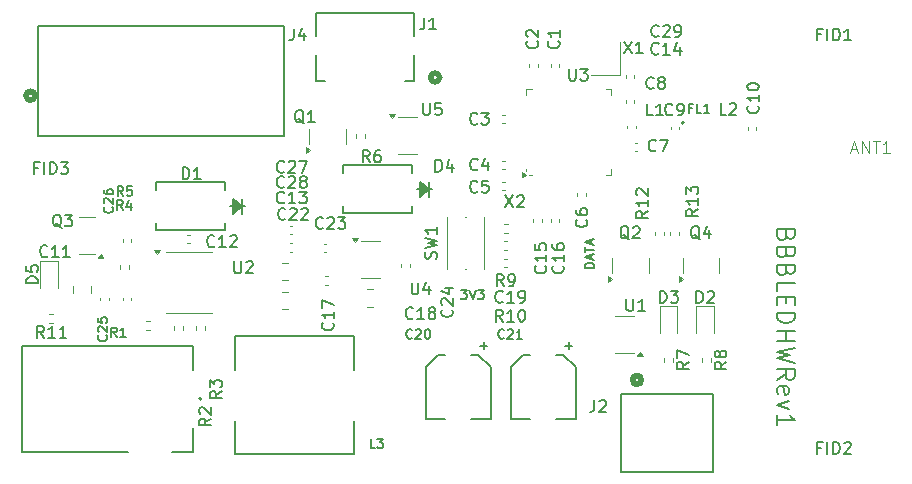
<source format=gbr>
%TF.GenerationSoftware,KiCad,Pcbnew,9.0.4-9.0.4-0~ubuntu22.04.1*%
%TF.CreationDate,2025-09-23T18:33:34+12:00*%
%TF.ProjectId,BBBLedHW,4242424c-6564-4485-972e-6b696361645f,rev?*%
%TF.SameCoordinates,PX7365040PY5f5e100*%
%TF.FileFunction,Legend,Top*%
%TF.FilePolarity,Positive*%
%FSLAX46Y46*%
G04 Gerber Fmt 4.6, Leading zero omitted, Abs format (unit mm)*
G04 Created by KiCad (PCBNEW 9.0.4-9.0.4-0~ubuntu22.04.1) date 2025-09-23 18:33:34*
%MOMM*%
%LPD*%
G01*
G04 APERTURE LIST*
%ADD10C,0.150000*%
%ADD11C,0.100000*%
%ADD12C,0.200000*%
%ADD13C,0.120000*%
%ADD14C,0.152400*%
%ADD15C,0.508000*%
%ADD16C,0.127000*%
G04 APERTURE END LIST*
D10*
X37412969Y15455705D02*
X37908207Y15455705D01*
X37908207Y15455705D02*
X37641541Y15150943D01*
X37641541Y15150943D02*
X37755826Y15150943D01*
X37755826Y15150943D02*
X37832017Y15112848D01*
X37832017Y15112848D02*
X37870112Y15074753D01*
X37870112Y15074753D02*
X37908207Y14998562D01*
X37908207Y14998562D02*
X37908207Y14808086D01*
X37908207Y14808086D02*
X37870112Y14731896D01*
X37870112Y14731896D02*
X37832017Y14693800D01*
X37832017Y14693800D02*
X37755826Y14655705D01*
X37755826Y14655705D02*
X37527255Y14655705D01*
X37527255Y14655705D02*
X37451064Y14693800D01*
X37451064Y14693800D02*
X37412969Y14731896D01*
X38136779Y15455705D02*
X38403446Y14655705D01*
X38403446Y14655705D02*
X38670112Y15455705D01*
X38860588Y15455705D02*
X39355826Y15455705D01*
X39355826Y15455705D02*
X39089160Y15150943D01*
X39089160Y15150943D02*
X39203445Y15150943D01*
X39203445Y15150943D02*
X39279636Y15112848D01*
X39279636Y15112848D02*
X39317731Y15074753D01*
X39317731Y15074753D02*
X39355826Y14998562D01*
X39355826Y14998562D02*
X39355826Y14808086D01*
X39355826Y14808086D02*
X39317731Y14731896D01*
X39317731Y14731896D02*
X39279636Y14693800D01*
X39279636Y14693800D02*
X39203445Y14655705D01*
X39203445Y14655705D02*
X38974874Y14655705D01*
X38974874Y14655705D02*
X38898683Y14693800D01*
X38898683Y14693800D02*
X38860588Y14731896D01*
X48694295Y17239161D02*
X47894295Y17239161D01*
X47894295Y17239161D02*
X47894295Y17429637D01*
X47894295Y17429637D02*
X47932390Y17543923D01*
X47932390Y17543923D02*
X48008580Y17620113D01*
X48008580Y17620113D02*
X48084771Y17658208D01*
X48084771Y17658208D02*
X48237152Y17696304D01*
X48237152Y17696304D02*
X48351438Y17696304D01*
X48351438Y17696304D02*
X48503819Y17658208D01*
X48503819Y17658208D02*
X48580009Y17620113D01*
X48580009Y17620113D02*
X48656200Y17543923D01*
X48656200Y17543923D02*
X48694295Y17429637D01*
X48694295Y17429637D02*
X48694295Y17239161D01*
X48465723Y18001065D02*
X48465723Y18382018D01*
X48694295Y17924875D02*
X47894295Y18191542D01*
X47894295Y18191542D02*
X48694295Y18458208D01*
X47894295Y18610589D02*
X47894295Y19067732D01*
X48694295Y18839160D02*
X47894295Y18839160D01*
X48465723Y19296303D02*
X48465723Y19677256D01*
X48694295Y19220113D02*
X47894295Y19486780D01*
X47894295Y19486780D02*
X48694295Y19753446D01*
X64977085Y20044174D02*
X64905657Y19829888D01*
X64905657Y19829888D02*
X64834228Y19758459D01*
X64834228Y19758459D02*
X64691371Y19687031D01*
X64691371Y19687031D02*
X64477085Y19687031D01*
X64477085Y19687031D02*
X64334228Y19758459D01*
X64334228Y19758459D02*
X64262800Y19829888D01*
X64262800Y19829888D02*
X64191371Y19972745D01*
X64191371Y19972745D02*
X64191371Y20544174D01*
X64191371Y20544174D02*
X65691371Y20544174D01*
X65691371Y20544174D02*
X65691371Y20044174D01*
X65691371Y20044174D02*
X65619942Y19901316D01*
X65619942Y19901316D02*
X65548514Y19829888D01*
X65548514Y19829888D02*
X65405657Y19758459D01*
X65405657Y19758459D02*
X65262800Y19758459D01*
X65262800Y19758459D02*
X65119942Y19829888D01*
X65119942Y19829888D02*
X65048514Y19901316D01*
X65048514Y19901316D02*
X64977085Y20044174D01*
X64977085Y20044174D02*
X64977085Y20544174D01*
X64977085Y18544174D02*
X64905657Y18329888D01*
X64905657Y18329888D02*
X64834228Y18258459D01*
X64834228Y18258459D02*
X64691371Y18187031D01*
X64691371Y18187031D02*
X64477085Y18187031D01*
X64477085Y18187031D02*
X64334228Y18258459D01*
X64334228Y18258459D02*
X64262800Y18329888D01*
X64262800Y18329888D02*
X64191371Y18472745D01*
X64191371Y18472745D02*
X64191371Y19044174D01*
X64191371Y19044174D02*
X65691371Y19044174D01*
X65691371Y19044174D02*
X65691371Y18544174D01*
X65691371Y18544174D02*
X65619942Y18401316D01*
X65619942Y18401316D02*
X65548514Y18329888D01*
X65548514Y18329888D02*
X65405657Y18258459D01*
X65405657Y18258459D02*
X65262800Y18258459D01*
X65262800Y18258459D02*
X65119942Y18329888D01*
X65119942Y18329888D02*
X65048514Y18401316D01*
X65048514Y18401316D02*
X64977085Y18544174D01*
X64977085Y18544174D02*
X64977085Y19044174D01*
X64977085Y17044174D02*
X64905657Y16829888D01*
X64905657Y16829888D02*
X64834228Y16758459D01*
X64834228Y16758459D02*
X64691371Y16687031D01*
X64691371Y16687031D02*
X64477085Y16687031D01*
X64477085Y16687031D02*
X64334228Y16758459D01*
X64334228Y16758459D02*
X64262800Y16829888D01*
X64262800Y16829888D02*
X64191371Y16972745D01*
X64191371Y16972745D02*
X64191371Y17544174D01*
X64191371Y17544174D02*
X65691371Y17544174D01*
X65691371Y17544174D02*
X65691371Y17044174D01*
X65691371Y17044174D02*
X65619942Y16901316D01*
X65619942Y16901316D02*
X65548514Y16829888D01*
X65548514Y16829888D02*
X65405657Y16758459D01*
X65405657Y16758459D02*
X65262800Y16758459D01*
X65262800Y16758459D02*
X65119942Y16829888D01*
X65119942Y16829888D02*
X65048514Y16901316D01*
X65048514Y16901316D02*
X64977085Y17044174D01*
X64977085Y17044174D02*
X64977085Y17544174D01*
X64191371Y15329888D02*
X64191371Y16044174D01*
X64191371Y16044174D02*
X65691371Y16044174D01*
X64977085Y14829888D02*
X64977085Y14329888D01*
X64191371Y14115602D02*
X64191371Y14829888D01*
X64191371Y14829888D02*
X65691371Y14829888D01*
X65691371Y14829888D02*
X65691371Y14115602D01*
X64191371Y13472745D02*
X65691371Y13472745D01*
X65691371Y13472745D02*
X65691371Y13115602D01*
X65691371Y13115602D02*
X65619942Y12901316D01*
X65619942Y12901316D02*
X65477085Y12758459D01*
X65477085Y12758459D02*
X65334228Y12687030D01*
X65334228Y12687030D02*
X65048514Y12615602D01*
X65048514Y12615602D02*
X64834228Y12615602D01*
X64834228Y12615602D02*
X64548514Y12687030D01*
X64548514Y12687030D02*
X64405657Y12758459D01*
X64405657Y12758459D02*
X64262800Y12901316D01*
X64262800Y12901316D02*
X64191371Y13115602D01*
X64191371Y13115602D02*
X64191371Y13472745D01*
X64191371Y11972745D02*
X65691371Y11972745D01*
X64977085Y11972745D02*
X64977085Y11115602D01*
X64191371Y11115602D02*
X65691371Y11115602D01*
X65691371Y10544173D02*
X64191371Y10187030D01*
X64191371Y10187030D02*
X65262800Y9901316D01*
X65262800Y9901316D02*
X64191371Y9615601D01*
X64191371Y9615601D02*
X65691371Y9258458D01*
X64191371Y7829887D02*
X64905657Y8329887D01*
X64191371Y8687030D02*
X65691371Y8687030D01*
X65691371Y8687030D02*
X65691371Y8115601D01*
X65691371Y8115601D02*
X65619942Y7972744D01*
X65619942Y7972744D02*
X65548514Y7901315D01*
X65548514Y7901315D02*
X65405657Y7829887D01*
X65405657Y7829887D02*
X65191371Y7829887D01*
X65191371Y7829887D02*
X65048514Y7901315D01*
X65048514Y7901315D02*
X64977085Y7972744D01*
X64977085Y7972744D02*
X64905657Y8115601D01*
X64905657Y8115601D02*
X64905657Y8687030D01*
X64262800Y6615601D02*
X64191371Y6758458D01*
X64191371Y6758458D02*
X64191371Y7044172D01*
X64191371Y7044172D02*
X64262800Y7187030D01*
X64262800Y7187030D02*
X64405657Y7258458D01*
X64405657Y7258458D02*
X64977085Y7258458D01*
X64977085Y7258458D02*
X65119942Y7187030D01*
X65119942Y7187030D02*
X65191371Y7044172D01*
X65191371Y7044172D02*
X65191371Y6758458D01*
X65191371Y6758458D02*
X65119942Y6615601D01*
X65119942Y6615601D02*
X64977085Y6544172D01*
X64977085Y6544172D02*
X64834228Y6544172D01*
X64834228Y6544172D02*
X64691371Y7258458D01*
X65191371Y6044173D02*
X64191371Y5687030D01*
X64191371Y5687030D02*
X65191371Y5329887D01*
X64191371Y3972744D02*
X64191371Y4829887D01*
X64191371Y4401316D02*
X65691371Y4401316D01*
X65691371Y4401316D02*
X65477085Y4544173D01*
X65477085Y4544173D02*
X65334228Y4687030D01*
X65334228Y4687030D02*
X65262800Y4829887D01*
X56959523Y30806753D02*
X56692857Y30806753D01*
X56692857Y30387705D02*
X56692857Y31187705D01*
X56692857Y31187705D02*
X57073809Y31187705D01*
X57759523Y30387705D02*
X57378571Y30387705D01*
X57378571Y30387705D02*
X57378571Y31187705D01*
X58445237Y30387705D02*
X57988094Y30387705D01*
X58216666Y30387705D02*
X58216666Y31187705D01*
X58216666Y31187705D02*
X58140475Y31073420D01*
X58140475Y31073420D02*
X58064285Y30997229D01*
X58064285Y30997229D02*
X57988094Y30959134D01*
X54261905Y14345181D02*
X54261905Y15345181D01*
X54261905Y15345181D02*
X54500000Y15345181D01*
X54500000Y15345181D02*
X54642857Y15297562D01*
X54642857Y15297562D02*
X54738095Y15202324D01*
X54738095Y15202324D02*
X54785714Y15107086D01*
X54785714Y15107086D02*
X54833333Y14916610D01*
X54833333Y14916610D02*
X54833333Y14773753D01*
X54833333Y14773753D02*
X54785714Y14583277D01*
X54785714Y14583277D02*
X54738095Y14488039D01*
X54738095Y14488039D02*
X54642857Y14392800D01*
X54642857Y14392800D02*
X54500000Y14345181D01*
X54500000Y14345181D02*
X54261905Y14345181D01*
X55166667Y15345181D02*
X55785714Y15345181D01*
X55785714Y15345181D02*
X55452381Y14964229D01*
X55452381Y14964229D02*
X55595238Y14964229D01*
X55595238Y14964229D02*
X55690476Y14916610D01*
X55690476Y14916610D02*
X55738095Y14868991D01*
X55738095Y14868991D02*
X55785714Y14773753D01*
X55785714Y14773753D02*
X55785714Y14535658D01*
X55785714Y14535658D02*
X55738095Y14440420D01*
X55738095Y14440420D02*
X55690476Y14392800D01*
X55690476Y14392800D02*
X55595238Y14345181D01*
X55595238Y14345181D02*
X55309524Y14345181D01*
X55309524Y14345181D02*
X55214286Y14392800D01*
X55214286Y14392800D02*
X55166667Y14440420D01*
X51654761Y19699943D02*
X51559523Y19747562D01*
X51559523Y19747562D02*
X51464285Y19842800D01*
X51464285Y19842800D02*
X51321428Y19985658D01*
X51321428Y19985658D02*
X51226190Y20033277D01*
X51226190Y20033277D02*
X51130952Y20033277D01*
X51178571Y19795181D02*
X51083333Y19842800D01*
X51083333Y19842800D02*
X50988095Y19938039D01*
X50988095Y19938039D02*
X50940476Y20128515D01*
X50940476Y20128515D02*
X50940476Y20461848D01*
X50940476Y20461848D02*
X50988095Y20652324D01*
X50988095Y20652324D02*
X51083333Y20747562D01*
X51083333Y20747562D02*
X51178571Y20795181D01*
X51178571Y20795181D02*
X51369047Y20795181D01*
X51369047Y20795181D02*
X51464285Y20747562D01*
X51464285Y20747562D02*
X51559523Y20652324D01*
X51559523Y20652324D02*
X51607142Y20461848D01*
X51607142Y20461848D02*
X51607142Y20128515D01*
X51607142Y20128515D02*
X51559523Y19938039D01*
X51559523Y19938039D02*
X51464285Y19842800D01*
X51464285Y19842800D02*
X51369047Y19795181D01*
X51369047Y19795181D02*
X51178571Y19795181D01*
X51988095Y20699943D02*
X52035714Y20747562D01*
X52035714Y20747562D02*
X52130952Y20795181D01*
X52130952Y20795181D02*
X52369047Y20795181D01*
X52369047Y20795181D02*
X52464285Y20747562D01*
X52464285Y20747562D02*
X52511904Y20699943D01*
X52511904Y20699943D02*
X52559523Y20604705D01*
X52559523Y20604705D02*
X52559523Y20509467D01*
X52559523Y20509467D02*
X52511904Y20366610D01*
X52511904Y20366610D02*
X51940476Y19795181D01*
X51940476Y19795181D02*
X52559523Y19795181D01*
X41190476Y23420181D02*
X41857142Y22420181D01*
X41857142Y23420181D02*
X41190476Y22420181D01*
X42190476Y23324943D02*
X42238095Y23372562D01*
X42238095Y23372562D02*
X42333333Y23420181D01*
X42333333Y23420181D02*
X42571428Y23420181D01*
X42571428Y23420181D02*
X42666666Y23372562D01*
X42666666Y23372562D02*
X42714285Y23324943D01*
X42714285Y23324943D02*
X42761904Y23229705D01*
X42761904Y23229705D02*
X42761904Y23134467D01*
X42761904Y23134467D02*
X42714285Y22991610D01*
X42714285Y22991610D02*
X42142857Y22420181D01*
X42142857Y22420181D02*
X42761904Y22420181D01*
X22457142Y25440420D02*
X22409523Y25392800D01*
X22409523Y25392800D02*
X22266666Y25345181D01*
X22266666Y25345181D02*
X22171428Y25345181D01*
X22171428Y25345181D02*
X22028571Y25392800D01*
X22028571Y25392800D02*
X21933333Y25488039D01*
X21933333Y25488039D02*
X21885714Y25583277D01*
X21885714Y25583277D02*
X21838095Y25773753D01*
X21838095Y25773753D02*
X21838095Y25916610D01*
X21838095Y25916610D02*
X21885714Y26107086D01*
X21885714Y26107086D02*
X21933333Y26202324D01*
X21933333Y26202324D02*
X22028571Y26297562D01*
X22028571Y26297562D02*
X22171428Y26345181D01*
X22171428Y26345181D02*
X22266666Y26345181D01*
X22266666Y26345181D02*
X22409523Y26297562D01*
X22409523Y26297562D02*
X22457142Y26249943D01*
X22838095Y26249943D02*
X22885714Y26297562D01*
X22885714Y26297562D02*
X22980952Y26345181D01*
X22980952Y26345181D02*
X23219047Y26345181D01*
X23219047Y26345181D02*
X23314285Y26297562D01*
X23314285Y26297562D02*
X23361904Y26249943D01*
X23361904Y26249943D02*
X23409523Y26154705D01*
X23409523Y26154705D02*
X23409523Y26059467D01*
X23409523Y26059467D02*
X23361904Y25916610D01*
X23361904Y25916610D02*
X22790476Y25345181D01*
X22790476Y25345181D02*
X23409523Y25345181D01*
X23742857Y26345181D02*
X24409523Y26345181D01*
X24409523Y26345181D02*
X23980952Y25345181D01*
X54157142Y35440420D02*
X54109523Y35392800D01*
X54109523Y35392800D02*
X53966666Y35345181D01*
X53966666Y35345181D02*
X53871428Y35345181D01*
X53871428Y35345181D02*
X53728571Y35392800D01*
X53728571Y35392800D02*
X53633333Y35488039D01*
X53633333Y35488039D02*
X53585714Y35583277D01*
X53585714Y35583277D02*
X53538095Y35773753D01*
X53538095Y35773753D02*
X53538095Y35916610D01*
X53538095Y35916610D02*
X53585714Y36107086D01*
X53585714Y36107086D02*
X53633333Y36202324D01*
X53633333Y36202324D02*
X53728571Y36297562D01*
X53728571Y36297562D02*
X53871428Y36345181D01*
X53871428Y36345181D02*
X53966666Y36345181D01*
X53966666Y36345181D02*
X54109523Y36297562D01*
X54109523Y36297562D02*
X54157142Y36249943D01*
X55109523Y35345181D02*
X54538095Y35345181D01*
X54823809Y35345181D02*
X54823809Y36345181D01*
X54823809Y36345181D02*
X54728571Y36202324D01*
X54728571Y36202324D02*
X54633333Y36107086D01*
X54633333Y36107086D02*
X54538095Y36059467D01*
X55966666Y36011848D02*
X55966666Y35345181D01*
X55728571Y36392800D02*
X55490476Y35678515D01*
X55490476Y35678515D02*
X56109523Y35678515D01*
X46059580Y17457143D02*
X46107200Y17409524D01*
X46107200Y17409524D02*
X46154819Y17266667D01*
X46154819Y17266667D02*
X46154819Y17171429D01*
X46154819Y17171429D02*
X46107200Y17028572D01*
X46107200Y17028572D02*
X46011961Y16933334D01*
X46011961Y16933334D02*
X45916723Y16885715D01*
X45916723Y16885715D02*
X45726247Y16838096D01*
X45726247Y16838096D02*
X45583390Y16838096D01*
X45583390Y16838096D02*
X45392914Y16885715D01*
X45392914Y16885715D02*
X45297676Y16933334D01*
X45297676Y16933334D02*
X45202438Y17028572D01*
X45202438Y17028572D02*
X45154819Y17171429D01*
X45154819Y17171429D02*
X45154819Y17266667D01*
X45154819Y17266667D02*
X45202438Y17409524D01*
X45202438Y17409524D02*
X45250057Y17457143D01*
X46154819Y18409524D02*
X46154819Y17838096D01*
X46154819Y18123810D02*
X45154819Y18123810D01*
X45154819Y18123810D02*
X45297676Y18028572D01*
X45297676Y18028572D02*
X45392914Y17933334D01*
X45392914Y17933334D02*
X45440533Y17838096D01*
X45154819Y19266667D02*
X45154819Y19076191D01*
X45154819Y19076191D02*
X45202438Y18980953D01*
X45202438Y18980953D02*
X45250057Y18933334D01*
X45250057Y18933334D02*
X45392914Y18838096D01*
X45392914Y18838096D02*
X45583390Y18790477D01*
X45583390Y18790477D02*
X45964342Y18790477D01*
X45964342Y18790477D02*
X46059580Y18838096D01*
X46059580Y18838096D02*
X46107200Y18885715D01*
X46107200Y18885715D02*
X46154819Y18980953D01*
X46154819Y18980953D02*
X46154819Y19171429D01*
X46154819Y19171429D02*
X46107200Y19266667D01*
X46107200Y19266667D02*
X46059580Y19314286D01*
X46059580Y19314286D02*
X45964342Y19361905D01*
X45964342Y19361905D02*
X45726247Y19361905D01*
X45726247Y19361905D02*
X45631009Y19314286D01*
X45631009Y19314286D02*
X45583390Y19266667D01*
X45583390Y19266667D02*
X45535771Y19171429D01*
X45535771Y19171429D02*
X45535771Y18980953D01*
X45535771Y18980953D02*
X45583390Y18885715D01*
X45583390Y18885715D02*
X45631009Y18838096D01*
X45631009Y18838096D02*
X45726247Y18790477D01*
X38807851Y29521420D02*
X38760232Y29473800D01*
X38760232Y29473800D02*
X38617375Y29426181D01*
X38617375Y29426181D02*
X38522137Y29426181D01*
X38522137Y29426181D02*
X38379280Y29473800D01*
X38379280Y29473800D02*
X38284042Y29569039D01*
X38284042Y29569039D02*
X38236423Y29664277D01*
X38236423Y29664277D02*
X38188804Y29854753D01*
X38188804Y29854753D02*
X38188804Y29997610D01*
X38188804Y29997610D02*
X38236423Y30188086D01*
X38236423Y30188086D02*
X38284042Y30283324D01*
X38284042Y30283324D02*
X38379280Y30378562D01*
X38379280Y30378562D02*
X38522137Y30426181D01*
X38522137Y30426181D02*
X38617375Y30426181D01*
X38617375Y30426181D02*
X38760232Y30378562D01*
X38760232Y30378562D02*
X38807851Y30330943D01*
X39141185Y30426181D02*
X39760232Y30426181D01*
X39760232Y30426181D02*
X39426899Y30045229D01*
X39426899Y30045229D02*
X39569756Y30045229D01*
X39569756Y30045229D02*
X39664994Y29997610D01*
X39664994Y29997610D02*
X39712613Y29949991D01*
X39712613Y29949991D02*
X39760232Y29854753D01*
X39760232Y29854753D02*
X39760232Y29616658D01*
X39760232Y29616658D02*
X39712613Y29521420D01*
X39712613Y29521420D02*
X39664994Y29473800D01*
X39664994Y29473800D02*
X39569756Y29426181D01*
X39569756Y29426181D02*
X39284042Y29426181D01*
X39284042Y29426181D02*
X39188804Y29473800D01*
X39188804Y29473800D02*
X39141185Y29521420D01*
X35261905Y25445181D02*
X35261905Y26445181D01*
X35261905Y26445181D02*
X35500000Y26445181D01*
X35500000Y26445181D02*
X35642857Y26397562D01*
X35642857Y26397562D02*
X35738095Y26302324D01*
X35738095Y26302324D02*
X35785714Y26207086D01*
X35785714Y26207086D02*
X35833333Y26016610D01*
X35833333Y26016610D02*
X35833333Y25873753D01*
X35833333Y25873753D02*
X35785714Y25683277D01*
X35785714Y25683277D02*
X35738095Y25588039D01*
X35738095Y25588039D02*
X35642857Y25492800D01*
X35642857Y25492800D02*
X35500000Y25445181D01*
X35500000Y25445181D02*
X35261905Y25445181D01*
X36690476Y26111848D02*
X36690476Y25445181D01*
X36452381Y26492800D02*
X36214286Y25778515D01*
X36214286Y25778515D02*
X36833333Y25778515D01*
X7386104Y11585715D02*
X7424200Y11547619D01*
X7424200Y11547619D02*
X7462295Y11433334D01*
X7462295Y11433334D02*
X7462295Y11357143D01*
X7462295Y11357143D02*
X7424200Y11242857D01*
X7424200Y11242857D02*
X7348009Y11166667D01*
X7348009Y11166667D02*
X7271819Y11128572D01*
X7271819Y11128572D02*
X7119438Y11090476D01*
X7119438Y11090476D02*
X7005152Y11090476D01*
X7005152Y11090476D02*
X6852771Y11128572D01*
X6852771Y11128572D02*
X6776580Y11166667D01*
X6776580Y11166667D02*
X6700390Y11242857D01*
X6700390Y11242857D02*
X6662295Y11357143D01*
X6662295Y11357143D02*
X6662295Y11433334D01*
X6662295Y11433334D02*
X6700390Y11547619D01*
X6700390Y11547619D02*
X6738485Y11585715D01*
X6738485Y11890476D02*
X6700390Y11928572D01*
X6700390Y11928572D02*
X6662295Y12004762D01*
X6662295Y12004762D02*
X6662295Y12195238D01*
X6662295Y12195238D02*
X6700390Y12271429D01*
X6700390Y12271429D02*
X6738485Y12309524D01*
X6738485Y12309524D02*
X6814676Y12347619D01*
X6814676Y12347619D02*
X6890866Y12347619D01*
X6890866Y12347619D02*
X7005152Y12309524D01*
X7005152Y12309524D02*
X7462295Y11852381D01*
X7462295Y11852381D02*
X7462295Y12347619D01*
X6662295Y13071429D02*
X6662295Y12690477D01*
X6662295Y12690477D02*
X7043247Y12652381D01*
X7043247Y12652381D02*
X7005152Y12690477D01*
X7005152Y12690477D02*
X6967057Y12766667D01*
X6967057Y12766667D02*
X6967057Y12957143D01*
X6967057Y12957143D02*
X7005152Y13033334D01*
X7005152Y13033334D02*
X7043247Y13071429D01*
X7043247Y13071429D02*
X7119438Y13109524D01*
X7119438Y13109524D02*
X7309914Y13109524D01*
X7309914Y13109524D02*
X7386104Y13071429D01*
X7386104Y13071429D02*
X7424200Y13033334D01*
X7424200Y13033334D02*
X7462295Y12957143D01*
X7462295Y12957143D02*
X7462295Y12766667D01*
X7462295Y12766667D02*
X7424200Y12690477D01*
X7424200Y12690477D02*
X7386104Y12652381D01*
X35327200Y18076668D02*
X35374819Y18219525D01*
X35374819Y18219525D02*
X35374819Y18457620D01*
X35374819Y18457620D02*
X35327200Y18552858D01*
X35327200Y18552858D02*
X35279580Y18600477D01*
X35279580Y18600477D02*
X35184342Y18648096D01*
X35184342Y18648096D02*
X35089104Y18648096D01*
X35089104Y18648096D02*
X34993866Y18600477D01*
X34993866Y18600477D02*
X34946247Y18552858D01*
X34946247Y18552858D02*
X34898628Y18457620D01*
X34898628Y18457620D02*
X34851009Y18267144D01*
X34851009Y18267144D02*
X34803390Y18171906D01*
X34803390Y18171906D02*
X34755771Y18124287D01*
X34755771Y18124287D02*
X34660533Y18076668D01*
X34660533Y18076668D02*
X34565295Y18076668D01*
X34565295Y18076668D02*
X34470057Y18124287D01*
X34470057Y18124287D02*
X34422438Y18171906D01*
X34422438Y18171906D02*
X34374819Y18267144D01*
X34374819Y18267144D02*
X34374819Y18505239D01*
X34374819Y18505239D02*
X34422438Y18648096D01*
X34374819Y18981430D02*
X35374819Y19219525D01*
X35374819Y19219525D02*
X34660533Y19410001D01*
X34660533Y19410001D02*
X35374819Y19600477D01*
X35374819Y19600477D02*
X34374819Y19838572D01*
X35374819Y20743334D02*
X35374819Y20171906D01*
X35374819Y20457620D02*
X34374819Y20457620D01*
X34374819Y20457620D02*
X34517676Y20362382D01*
X34517676Y20362382D02*
X34612914Y20267144D01*
X34612914Y20267144D02*
X34660533Y20171906D01*
X48716666Y6088181D02*
X48716666Y5373896D01*
X48716666Y5373896D02*
X48669047Y5231039D01*
X48669047Y5231039D02*
X48573809Y5135800D01*
X48573809Y5135800D02*
X48430952Y5088181D01*
X48430952Y5088181D02*
X48335714Y5088181D01*
X49145238Y5992943D02*
X49192857Y6040562D01*
X49192857Y6040562D02*
X49288095Y6088181D01*
X49288095Y6088181D02*
X49526190Y6088181D01*
X49526190Y6088181D02*
X49621428Y6040562D01*
X49621428Y6040562D02*
X49669047Y5992943D01*
X49669047Y5992943D02*
X49716666Y5897705D01*
X49716666Y5897705D02*
X49716666Y5802467D01*
X49716666Y5802467D02*
X49669047Y5659610D01*
X49669047Y5659610D02*
X49097619Y5088181D01*
X49097619Y5088181D02*
X49716666Y5088181D01*
X25732142Y20690420D02*
X25684523Y20642800D01*
X25684523Y20642800D02*
X25541666Y20595181D01*
X25541666Y20595181D02*
X25446428Y20595181D01*
X25446428Y20595181D02*
X25303571Y20642800D01*
X25303571Y20642800D02*
X25208333Y20738039D01*
X25208333Y20738039D02*
X25160714Y20833277D01*
X25160714Y20833277D02*
X25113095Y21023753D01*
X25113095Y21023753D02*
X25113095Y21166610D01*
X25113095Y21166610D02*
X25160714Y21357086D01*
X25160714Y21357086D02*
X25208333Y21452324D01*
X25208333Y21452324D02*
X25303571Y21547562D01*
X25303571Y21547562D02*
X25446428Y21595181D01*
X25446428Y21595181D02*
X25541666Y21595181D01*
X25541666Y21595181D02*
X25684523Y21547562D01*
X25684523Y21547562D02*
X25732142Y21499943D01*
X26113095Y21499943D02*
X26160714Y21547562D01*
X26160714Y21547562D02*
X26255952Y21595181D01*
X26255952Y21595181D02*
X26494047Y21595181D01*
X26494047Y21595181D02*
X26589285Y21547562D01*
X26589285Y21547562D02*
X26636904Y21499943D01*
X26636904Y21499943D02*
X26684523Y21404705D01*
X26684523Y21404705D02*
X26684523Y21309467D01*
X26684523Y21309467D02*
X26636904Y21166610D01*
X26636904Y21166610D02*
X26065476Y20595181D01*
X26065476Y20595181D02*
X26684523Y20595181D01*
X27017857Y21595181D02*
X27636904Y21595181D01*
X27636904Y21595181D02*
X27303571Y21214229D01*
X27303571Y21214229D02*
X27446428Y21214229D01*
X27446428Y21214229D02*
X27541666Y21166610D01*
X27541666Y21166610D02*
X27589285Y21118991D01*
X27589285Y21118991D02*
X27636904Y21023753D01*
X27636904Y21023753D02*
X27636904Y20785658D01*
X27636904Y20785658D02*
X27589285Y20690420D01*
X27589285Y20690420D02*
X27541666Y20642800D01*
X27541666Y20642800D02*
X27446428Y20595181D01*
X27446428Y20595181D02*
X27160714Y20595181D01*
X27160714Y20595181D02*
X27065476Y20642800D01*
X27065476Y20642800D02*
X27017857Y20690420D01*
X55333333Y30290420D02*
X55285714Y30242800D01*
X55285714Y30242800D02*
X55142857Y30195181D01*
X55142857Y30195181D02*
X55047619Y30195181D01*
X55047619Y30195181D02*
X54904762Y30242800D01*
X54904762Y30242800D02*
X54809524Y30338039D01*
X54809524Y30338039D02*
X54761905Y30433277D01*
X54761905Y30433277D02*
X54714286Y30623753D01*
X54714286Y30623753D02*
X54714286Y30766610D01*
X54714286Y30766610D02*
X54761905Y30957086D01*
X54761905Y30957086D02*
X54809524Y31052324D01*
X54809524Y31052324D02*
X54904762Y31147562D01*
X54904762Y31147562D02*
X55047619Y31195181D01*
X55047619Y31195181D02*
X55142857Y31195181D01*
X55142857Y31195181D02*
X55285714Y31147562D01*
X55285714Y31147562D02*
X55333333Y31099943D01*
X55809524Y30195181D02*
X56000000Y30195181D01*
X56000000Y30195181D02*
X56095238Y30242800D01*
X56095238Y30242800D02*
X56142857Y30290420D01*
X56142857Y30290420D02*
X56238095Y30433277D01*
X56238095Y30433277D02*
X56285714Y30623753D01*
X56285714Y30623753D02*
X56285714Y31004705D01*
X56285714Y31004705D02*
X56238095Y31099943D01*
X56238095Y31099943D02*
X56190476Y31147562D01*
X56190476Y31147562D02*
X56095238Y31195181D01*
X56095238Y31195181D02*
X55904762Y31195181D01*
X55904762Y31195181D02*
X55809524Y31147562D01*
X55809524Y31147562D02*
X55761905Y31099943D01*
X55761905Y31099943D02*
X55714286Y31004705D01*
X55714286Y31004705D02*
X55714286Y30766610D01*
X55714286Y30766610D02*
X55761905Y30671372D01*
X55761905Y30671372D02*
X55809524Y30623753D01*
X55809524Y30623753D02*
X55904762Y30576134D01*
X55904762Y30576134D02*
X56095238Y30576134D01*
X56095238Y30576134D02*
X56190476Y30623753D01*
X56190476Y30623753D02*
X56238095Y30671372D01*
X56238095Y30671372D02*
X56285714Y30766610D01*
X16557142Y19140420D02*
X16509523Y19092800D01*
X16509523Y19092800D02*
X16366666Y19045181D01*
X16366666Y19045181D02*
X16271428Y19045181D01*
X16271428Y19045181D02*
X16128571Y19092800D01*
X16128571Y19092800D02*
X16033333Y19188039D01*
X16033333Y19188039D02*
X15985714Y19283277D01*
X15985714Y19283277D02*
X15938095Y19473753D01*
X15938095Y19473753D02*
X15938095Y19616610D01*
X15938095Y19616610D02*
X15985714Y19807086D01*
X15985714Y19807086D02*
X16033333Y19902324D01*
X16033333Y19902324D02*
X16128571Y19997562D01*
X16128571Y19997562D02*
X16271428Y20045181D01*
X16271428Y20045181D02*
X16366666Y20045181D01*
X16366666Y20045181D02*
X16509523Y19997562D01*
X16509523Y19997562D02*
X16557142Y19949943D01*
X17509523Y19045181D02*
X16938095Y19045181D01*
X17223809Y19045181D02*
X17223809Y20045181D01*
X17223809Y20045181D02*
X17128571Y19902324D01*
X17128571Y19902324D02*
X17033333Y19807086D01*
X17033333Y19807086D02*
X16938095Y19759467D01*
X17890476Y19949943D02*
X17938095Y19997562D01*
X17938095Y19997562D02*
X18033333Y20045181D01*
X18033333Y20045181D02*
X18271428Y20045181D01*
X18271428Y20045181D02*
X18366666Y19997562D01*
X18366666Y19997562D02*
X18414285Y19949943D01*
X18414285Y19949943D02*
X18461904Y19854705D01*
X18461904Y19854705D02*
X18461904Y19759467D01*
X18461904Y19759467D02*
X18414285Y19616610D01*
X18414285Y19616610D02*
X17842857Y19045181D01*
X17842857Y19045181D02*
X18461904Y19045181D01*
X54157142Y36940420D02*
X54109523Y36892800D01*
X54109523Y36892800D02*
X53966666Y36845181D01*
X53966666Y36845181D02*
X53871428Y36845181D01*
X53871428Y36845181D02*
X53728571Y36892800D01*
X53728571Y36892800D02*
X53633333Y36988039D01*
X53633333Y36988039D02*
X53585714Y37083277D01*
X53585714Y37083277D02*
X53538095Y37273753D01*
X53538095Y37273753D02*
X53538095Y37416610D01*
X53538095Y37416610D02*
X53585714Y37607086D01*
X53585714Y37607086D02*
X53633333Y37702324D01*
X53633333Y37702324D02*
X53728571Y37797562D01*
X53728571Y37797562D02*
X53871428Y37845181D01*
X53871428Y37845181D02*
X53966666Y37845181D01*
X53966666Y37845181D02*
X54109523Y37797562D01*
X54109523Y37797562D02*
X54157142Y37749943D01*
X54538095Y37749943D02*
X54585714Y37797562D01*
X54585714Y37797562D02*
X54680952Y37845181D01*
X54680952Y37845181D02*
X54919047Y37845181D01*
X54919047Y37845181D02*
X55014285Y37797562D01*
X55014285Y37797562D02*
X55061904Y37749943D01*
X55061904Y37749943D02*
X55109523Y37654705D01*
X55109523Y37654705D02*
X55109523Y37559467D01*
X55109523Y37559467D02*
X55061904Y37416610D01*
X55061904Y37416610D02*
X54490476Y36845181D01*
X54490476Y36845181D02*
X55109523Y36845181D01*
X55585714Y36845181D02*
X55776190Y36845181D01*
X55776190Y36845181D02*
X55871428Y36892800D01*
X55871428Y36892800D02*
X55919047Y36940420D01*
X55919047Y36940420D02*
X56014285Y37083277D01*
X56014285Y37083277D02*
X56061904Y37273753D01*
X56061904Y37273753D02*
X56061904Y37654705D01*
X56061904Y37654705D02*
X56014285Y37749943D01*
X56014285Y37749943D02*
X55966666Y37797562D01*
X55966666Y37797562D02*
X55871428Y37845181D01*
X55871428Y37845181D02*
X55680952Y37845181D01*
X55680952Y37845181D02*
X55585714Y37797562D01*
X55585714Y37797562D02*
X55538095Y37749943D01*
X55538095Y37749943D02*
X55490476Y37654705D01*
X55490476Y37654705D02*
X55490476Y37416610D01*
X55490476Y37416610D02*
X55538095Y37321372D01*
X55538095Y37321372D02*
X55585714Y37273753D01*
X55585714Y37273753D02*
X55680952Y37226134D01*
X55680952Y37226134D02*
X55871428Y37226134D01*
X55871428Y37226134D02*
X55966666Y37273753D01*
X55966666Y37273753D02*
X56014285Y37321372D01*
X56014285Y37321372D02*
X56061904Y37416610D01*
X1628571Y25768991D02*
X1295238Y25768991D01*
X1295238Y25245181D02*
X1295238Y26245181D01*
X1295238Y26245181D02*
X1771428Y26245181D01*
X2152381Y25245181D02*
X2152381Y26245181D01*
X2628571Y25245181D02*
X2628571Y26245181D01*
X2628571Y26245181D02*
X2866666Y26245181D01*
X2866666Y26245181D02*
X3009523Y26197562D01*
X3009523Y26197562D02*
X3104761Y26102324D01*
X3104761Y26102324D02*
X3152380Y26007086D01*
X3152380Y26007086D02*
X3199999Y25816610D01*
X3199999Y25816610D02*
X3199999Y25673753D01*
X3199999Y25673753D02*
X3152380Y25483277D01*
X3152380Y25483277D02*
X3104761Y25388039D01*
X3104761Y25388039D02*
X3009523Y25292800D01*
X3009523Y25292800D02*
X2866666Y25245181D01*
X2866666Y25245181D02*
X2628571Y25245181D01*
X3533333Y26245181D02*
X4152380Y26245181D01*
X4152380Y26245181D02*
X3819047Y25864229D01*
X3819047Y25864229D02*
X3961904Y25864229D01*
X3961904Y25864229D02*
X4057142Y25816610D01*
X4057142Y25816610D02*
X4104761Y25768991D01*
X4104761Y25768991D02*
X4152380Y25673753D01*
X4152380Y25673753D02*
X4152380Y25435658D01*
X4152380Y25435658D02*
X4104761Y25340420D01*
X4104761Y25340420D02*
X4057142Y25292800D01*
X4057142Y25292800D02*
X3961904Y25245181D01*
X3961904Y25245181D02*
X3676190Y25245181D01*
X3676190Y25245181D02*
X3580952Y25292800D01*
X3580952Y25292800D02*
X3533333Y25340420D01*
X34316666Y38470181D02*
X34316666Y37755896D01*
X34316666Y37755896D02*
X34269047Y37613039D01*
X34269047Y37613039D02*
X34173809Y37517800D01*
X34173809Y37517800D02*
X34030952Y37470181D01*
X34030952Y37470181D02*
X33935714Y37470181D01*
X35316666Y37470181D02*
X34745238Y37470181D01*
X35030952Y37470181D02*
X35030952Y38470181D01*
X35030952Y38470181D02*
X34935714Y38327324D01*
X34935714Y38327324D02*
X34840476Y38232086D01*
X34840476Y38232086D02*
X34745238Y38184467D01*
X1604819Y15986906D02*
X604819Y15986906D01*
X604819Y15986906D02*
X604819Y16225001D01*
X604819Y16225001D02*
X652438Y16367858D01*
X652438Y16367858D02*
X747676Y16463096D01*
X747676Y16463096D02*
X842914Y16510715D01*
X842914Y16510715D02*
X1033390Y16558334D01*
X1033390Y16558334D02*
X1176247Y16558334D01*
X1176247Y16558334D02*
X1366723Y16510715D01*
X1366723Y16510715D02*
X1461961Y16463096D01*
X1461961Y16463096D02*
X1557200Y16367858D01*
X1557200Y16367858D02*
X1604819Y16225001D01*
X1604819Y16225001D02*
X1604819Y15986906D01*
X604819Y17463096D02*
X604819Y16986906D01*
X604819Y16986906D02*
X1081009Y16939287D01*
X1081009Y16939287D02*
X1033390Y16986906D01*
X1033390Y16986906D02*
X985771Y17082144D01*
X985771Y17082144D02*
X985771Y17320239D01*
X985771Y17320239D02*
X1033390Y17415477D01*
X1033390Y17415477D02*
X1081009Y17463096D01*
X1081009Y17463096D02*
X1176247Y17510715D01*
X1176247Y17510715D02*
X1414342Y17510715D01*
X1414342Y17510715D02*
X1509580Y17463096D01*
X1509580Y17463096D02*
X1557200Y17415477D01*
X1557200Y17415477D02*
X1604819Y17320239D01*
X1604819Y17320239D02*
X1604819Y17082144D01*
X1604819Y17082144D02*
X1557200Y16986906D01*
X1557200Y16986906D02*
X1509580Y16939287D01*
X22457142Y22840420D02*
X22409523Y22792800D01*
X22409523Y22792800D02*
X22266666Y22745181D01*
X22266666Y22745181D02*
X22171428Y22745181D01*
X22171428Y22745181D02*
X22028571Y22792800D01*
X22028571Y22792800D02*
X21933333Y22888039D01*
X21933333Y22888039D02*
X21885714Y22983277D01*
X21885714Y22983277D02*
X21838095Y23173753D01*
X21838095Y23173753D02*
X21838095Y23316610D01*
X21838095Y23316610D02*
X21885714Y23507086D01*
X21885714Y23507086D02*
X21933333Y23602324D01*
X21933333Y23602324D02*
X22028571Y23697562D01*
X22028571Y23697562D02*
X22171428Y23745181D01*
X22171428Y23745181D02*
X22266666Y23745181D01*
X22266666Y23745181D02*
X22409523Y23697562D01*
X22409523Y23697562D02*
X22457142Y23649943D01*
X23409523Y22745181D02*
X22838095Y22745181D01*
X23123809Y22745181D02*
X23123809Y23745181D01*
X23123809Y23745181D02*
X23028571Y23602324D01*
X23028571Y23602324D02*
X22933333Y23507086D01*
X22933333Y23507086D02*
X22838095Y23459467D01*
X23742857Y23745181D02*
X24361904Y23745181D01*
X24361904Y23745181D02*
X24028571Y23364229D01*
X24028571Y23364229D02*
X24171428Y23364229D01*
X24171428Y23364229D02*
X24266666Y23316610D01*
X24266666Y23316610D02*
X24314285Y23268991D01*
X24314285Y23268991D02*
X24361904Y23173753D01*
X24361904Y23173753D02*
X24361904Y22935658D01*
X24361904Y22935658D02*
X24314285Y22840420D01*
X24314285Y22840420D02*
X24266666Y22792800D01*
X24266666Y22792800D02*
X24171428Y22745181D01*
X24171428Y22745181D02*
X23885714Y22745181D01*
X23885714Y22745181D02*
X23790476Y22792800D01*
X23790476Y22792800D02*
X23742857Y22840420D01*
X8266667Y11437705D02*
X8000000Y11818658D01*
X7809524Y11437705D02*
X7809524Y12237705D01*
X7809524Y12237705D02*
X8114286Y12237705D01*
X8114286Y12237705D02*
X8190476Y12199610D01*
X8190476Y12199610D02*
X8228571Y12161515D01*
X8228571Y12161515D02*
X8266667Y12085324D01*
X8266667Y12085324D02*
X8266667Y11971039D01*
X8266667Y11971039D02*
X8228571Y11894848D01*
X8228571Y11894848D02*
X8190476Y11856753D01*
X8190476Y11856753D02*
X8114286Y11818658D01*
X8114286Y11818658D02*
X7809524Y11818658D01*
X9028571Y11437705D02*
X8571428Y11437705D01*
X8800000Y11437705D02*
X8800000Y12237705D01*
X8800000Y12237705D02*
X8723809Y12123420D01*
X8723809Y12123420D02*
X8647619Y12047229D01*
X8647619Y12047229D02*
X8571428Y12009134D01*
X33238095Y16045181D02*
X33238095Y15235658D01*
X33238095Y15235658D02*
X33285714Y15140420D01*
X33285714Y15140420D02*
X33333333Y15092800D01*
X33333333Y15092800D02*
X33428571Y15045181D01*
X33428571Y15045181D02*
X33619047Y15045181D01*
X33619047Y15045181D02*
X33714285Y15092800D01*
X33714285Y15092800D02*
X33761904Y15140420D01*
X33761904Y15140420D02*
X33809523Y15235658D01*
X33809523Y15235658D02*
X33809523Y16045181D01*
X34714285Y15711848D02*
X34714285Y15045181D01*
X34476190Y16092800D02*
X34238095Y15378515D01*
X34238095Y15378515D02*
X34857142Y15378515D01*
X53683333Y30195181D02*
X53207143Y30195181D01*
X53207143Y30195181D02*
X53207143Y31195181D01*
X54540476Y30195181D02*
X53969048Y30195181D01*
X54254762Y30195181D02*
X54254762Y31195181D01*
X54254762Y31195181D02*
X54159524Y31052324D01*
X54159524Y31052324D02*
X54064286Y30957086D01*
X54064286Y30957086D02*
X53969048Y30909467D01*
X57654761Y19699943D02*
X57559523Y19747562D01*
X57559523Y19747562D02*
X57464285Y19842800D01*
X57464285Y19842800D02*
X57321428Y19985658D01*
X57321428Y19985658D02*
X57226190Y20033277D01*
X57226190Y20033277D02*
X57130952Y20033277D01*
X57178571Y19795181D02*
X57083333Y19842800D01*
X57083333Y19842800D02*
X56988095Y19938039D01*
X56988095Y19938039D02*
X56940476Y20128515D01*
X56940476Y20128515D02*
X56940476Y20461848D01*
X56940476Y20461848D02*
X56988095Y20652324D01*
X56988095Y20652324D02*
X57083333Y20747562D01*
X57083333Y20747562D02*
X57178571Y20795181D01*
X57178571Y20795181D02*
X57369047Y20795181D01*
X57369047Y20795181D02*
X57464285Y20747562D01*
X57464285Y20747562D02*
X57559523Y20652324D01*
X57559523Y20652324D02*
X57607142Y20461848D01*
X57607142Y20461848D02*
X57607142Y20128515D01*
X57607142Y20128515D02*
X57559523Y19938039D01*
X57559523Y19938039D02*
X57464285Y19842800D01*
X57464285Y19842800D02*
X57369047Y19795181D01*
X57369047Y19795181D02*
X57178571Y19795181D01*
X58464285Y20461848D02*
X58464285Y19795181D01*
X58226190Y20842800D02*
X57988095Y20128515D01*
X57988095Y20128515D02*
X58607142Y20128515D01*
X56704819Y9333334D02*
X56228628Y9000001D01*
X56704819Y8761906D02*
X55704819Y8761906D01*
X55704819Y8761906D02*
X55704819Y9142858D01*
X55704819Y9142858D02*
X55752438Y9238096D01*
X55752438Y9238096D02*
X55800057Y9285715D01*
X55800057Y9285715D02*
X55895295Y9333334D01*
X55895295Y9333334D02*
X56038152Y9333334D01*
X56038152Y9333334D02*
X56133390Y9285715D01*
X56133390Y9285715D02*
X56181009Y9238096D01*
X56181009Y9238096D02*
X56228628Y9142858D01*
X56228628Y9142858D02*
X56228628Y8761906D01*
X55704819Y9666668D02*
X55704819Y10333334D01*
X55704819Y10333334D02*
X56704819Y9904763D01*
X67928571Y37068991D02*
X67595238Y37068991D01*
X67595238Y36545181D02*
X67595238Y37545181D01*
X67595238Y37545181D02*
X68071428Y37545181D01*
X68452381Y36545181D02*
X68452381Y37545181D01*
X68928571Y36545181D02*
X68928571Y37545181D01*
X68928571Y37545181D02*
X69166666Y37545181D01*
X69166666Y37545181D02*
X69309523Y37497562D01*
X69309523Y37497562D02*
X69404761Y37402324D01*
X69404761Y37402324D02*
X69452380Y37307086D01*
X69452380Y37307086D02*
X69499999Y37116610D01*
X69499999Y37116610D02*
X69499999Y36973753D01*
X69499999Y36973753D02*
X69452380Y36783277D01*
X69452380Y36783277D02*
X69404761Y36688039D01*
X69404761Y36688039D02*
X69309523Y36592800D01*
X69309523Y36592800D02*
X69166666Y36545181D01*
X69166666Y36545181D02*
X68928571Y36545181D01*
X70452380Y36545181D02*
X69880952Y36545181D01*
X70166666Y36545181D02*
X70166666Y37545181D01*
X70166666Y37545181D02*
X70071428Y37402324D01*
X70071428Y37402324D02*
X69976190Y37307086D01*
X69976190Y37307086D02*
X69880952Y37259467D01*
X33285714Y11363896D02*
X33247618Y11325800D01*
X33247618Y11325800D02*
X33133333Y11287705D01*
X33133333Y11287705D02*
X33057142Y11287705D01*
X33057142Y11287705D02*
X32942856Y11325800D01*
X32942856Y11325800D02*
X32866666Y11401991D01*
X32866666Y11401991D02*
X32828571Y11478181D01*
X32828571Y11478181D02*
X32790475Y11630562D01*
X32790475Y11630562D02*
X32790475Y11744848D01*
X32790475Y11744848D02*
X32828571Y11897229D01*
X32828571Y11897229D02*
X32866666Y11973420D01*
X32866666Y11973420D02*
X32942856Y12049610D01*
X32942856Y12049610D02*
X33057142Y12087705D01*
X33057142Y12087705D02*
X33133333Y12087705D01*
X33133333Y12087705D02*
X33247618Y12049610D01*
X33247618Y12049610D02*
X33285714Y12011515D01*
X33590475Y12011515D02*
X33628571Y12049610D01*
X33628571Y12049610D02*
X33704761Y12087705D01*
X33704761Y12087705D02*
X33895237Y12087705D01*
X33895237Y12087705D02*
X33971428Y12049610D01*
X33971428Y12049610D02*
X34009523Y12011515D01*
X34009523Y12011515D02*
X34047618Y11935324D01*
X34047618Y11935324D02*
X34047618Y11859134D01*
X34047618Y11859134D02*
X34009523Y11744848D01*
X34009523Y11744848D02*
X33552380Y11287705D01*
X33552380Y11287705D02*
X34047618Y11287705D01*
X34542857Y12087705D02*
X34619047Y12087705D01*
X34619047Y12087705D02*
X34695238Y12049610D01*
X34695238Y12049610D02*
X34733333Y12011515D01*
X34733333Y12011515D02*
X34771428Y11935324D01*
X34771428Y11935324D02*
X34809523Y11782943D01*
X34809523Y11782943D02*
X34809523Y11592467D01*
X34809523Y11592467D02*
X34771428Y11440086D01*
X34771428Y11440086D02*
X34733333Y11363896D01*
X34733333Y11363896D02*
X34695238Y11325800D01*
X34695238Y11325800D02*
X34619047Y11287705D01*
X34619047Y11287705D02*
X34542857Y11287705D01*
X34542857Y11287705D02*
X34466666Y11325800D01*
X34466666Y11325800D02*
X34428571Y11363896D01*
X34428571Y11363896D02*
X34390476Y11440086D01*
X34390476Y11440086D02*
X34352380Y11592467D01*
X34352380Y11592467D02*
X34352380Y11782943D01*
X34352380Y11782943D02*
X34390476Y11935324D01*
X34390476Y11935324D02*
X34428571Y12011515D01*
X34428571Y12011515D02*
X34466666Y12049610D01*
X34466666Y12049610D02*
X34542857Y12087705D01*
X39357533Y10395239D02*
X39357533Y11004762D01*
X39662295Y10700001D02*
X39052771Y10700001D01*
X36659580Y13757143D02*
X36707200Y13709524D01*
X36707200Y13709524D02*
X36754819Y13566667D01*
X36754819Y13566667D02*
X36754819Y13471429D01*
X36754819Y13471429D02*
X36707200Y13328572D01*
X36707200Y13328572D02*
X36611961Y13233334D01*
X36611961Y13233334D02*
X36516723Y13185715D01*
X36516723Y13185715D02*
X36326247Y13138096D01*
X36326247Y13138096D02*
X36183390Y13138096D01*
X36183390Y13138096D02*
X35992914Y13185715D01*
X35992914Y13185715D02*
X35897676Y13233334D01*
X35897676Y13233334D02*
X35802438Y13328572D01*
X35802438Y13328572D02*
X35754819Y13471429D01*
X35754819Y13471429D02*
X35754819Y13566667D01*
X35754819Y13566667D02*
X35802438Y13709524D01*
X35802438Y13709524D02*
X35850057Y13757143D01*
X35850057Y14138096D02*
X35802438Y14185715D01*
X35802438Y14185715D02*
X35754819Y14280953D01*
X35754819Y14280953D02*
X35754819Y14519048D01*
X35754819Y14519048D02*
X35802438Y14614286D01*
X35802438Y14614286D02*
X35850057Y14661905D01*
X35850057Y14661905D02*
X35945295Y14709524D01*
X35945295Y14709524D02*
X36040533Y14709524D01*
X36040533Y14709524D02*
X36183390Y14661905D01*
X36183390Y14661905D02*
X36754819Y14090477D01*
X36754819Y14090477D02*
X36754819Y14709524D01*
X36088152Y15566667D02*
X36754819Y15566667D01*
X35707200Y15328572D02*
X36421485Y15090477D01*
X36421485Y15090477D02*
X36421485Y15709524D01*
X57361905Y14332681D02*
X57361905Y15332681D01*
X57361905Y15332681D02*
X57600000Y15332681D01*
X57600000Y15332681D02*
X57742857Y15285062D01*
X57742857Y15285062D02*
X57838095Y15189824D01*
X57838095Y15189824D02*
X57885714Y15094586D01*
X57885714Y15094586D02*
X57933333Y14904110D01*
X57933333Y14904110D02*
X57933333Y14761253D01*
X57933333Y14761253D02*
X57885714Y14570777D01*
X57885714Y14570777D02*
X57838095Y14475539D01*
X57838095Y14475539D02*
X57742857Y14380300D01*
X57742857Y14380300D02*
X57600000Y14332681D01*
X57600000Y14332681D02*
X57361905Y14332681D01*
X58314286Y15237443D02*
X58361905Y15285062D01*
X58361905Y15285062D02*
X58457143Y15332681D01*
X58457143Y15332681D02*
X58695238Y15332681D01*
X58695238Y15332681D02*
X58790476Y15285062D01*
X58790476Y15285062D02*
X58838095Y15237443D01*
X58838095Y15237443D02*
X58885714Y15142205D01*
X58885714Y15142205D02*
X58885714Y15046967D01*
X58885714Y15046967D02*
X58838095Y14904110D01*
X58838095Y14904110D02*
X58266667Y14332681D01*
X58266667Y14332681D02*
X58885714Y14332681D01*
X3604761Y20699943D02*
X3509523Y20747562D01*
X3509523Y20747562D02*
X3414285Y20842800D01*
X3414285Y20842800D02*
X3271428Y20985658D01*
X3271428Y20985658D02*
X3176190Y21033277D01*
X3176190Y21033277D02*
X3080952Y21033277D01*
X3128571Y20795181D02*
X3033333Y20842800D01*
X3033333Y20842800D02*
X2938095Y20938039D01*
X2938095Y20938039D02*
X2890476Y21128515D01*
X2890476Y21128515D02*
X2890476Y21461848D01*
X2890476Y21461848D02*
X2938095Y21652324D01*
X2938095Y21652324D02*
X3033333Y21747562D01*
X3033333Y21747562D02*
X3128571Y21795181D01*
X3128571Y21795181D02*
X3319047Y21795181D01*
X3319047Y21795181D02*
X3414285Y21747562D01*
X3414285Y21747562D02*
X3509523Y21652324D01*
X3509523Y21652324D02*
X3557142Y21461848D01*
X3557142Y21461848D02*
X3557142Y21128515D01*
X3557142Y21128515D02*
X3509523Y20938039D01*
X3509523Y20938039D02*
X3414285Y20842800D01*
X3414285Y20842800D02*
X3319047Y20795181D01*
X3319047Y20795181D02*
X3128571Y20795181D01*
X3890476Y21795181D02*
X4509523Y21795181D01*
X4509523Y21795181D02*
X4176190Y21414229D01*
X4176190Y21414229D02*
X4319047Y21414229D01*
X4319047Y21414229D02*
X4414285Y21366610D01*
X4414285Y21366610D02*
X4461904Y21318991D01*
X4461904Y21318991D02*
X4509523Y21223753D01*
X4509523Y21223753D02*
X4509523Y20985658D01*
X4509523Y20985658D02*
X4461904Y20890420D01*
X4461904Y20890420D02*
X4414285Y20842800D01*
X4414285Y20842800D02*
X4319047Y20795181D01*
X4319047Y20795181D02*
X4033333Y20795181D01*
X4033333Y20795181D02*
X3938095Y20842800D01*
X3938095Y20842800D02*
X3890476Y20890420D01*
X46588095Y34145181D02*
X46588095Y33335658D01*
X46588095Y33335658D02*
X46635714Y33240420D01*
X46635714Y33240420D02*
X46683333Y33192800D01*
X46683333Y33192800D02*
X46778571Y33145181D01*
X46778571Y33145181D02*
X46969047Y33145181D01*
X46969047Y33145181D02*
X47064285Y33192800D01*
X47064285Y33192800D02*
X47111904Y33240420D01*
X47111904Y33240420D02*
X47159523Y33335658D01*
X47159523Y33335658D02*
X47159523Y34145181D01*
X47540476Y34145181D02*
X48159523Y34145181D01*
X48159523Y34145181D02*
X47826190Y33764229D01*
X47826190Y33764229D02*
X47969047Y33764229D01*
X47969047Y33764229D02*
X48064285Y33716610D01*
X48064285Y33716610D02*
X48111904Y33668991D01*
X48111904Y33668991D02*
X48159523Y33573753D01*
X48159523Y33573753D02*
X48159523Y33335658D01*
X48159523Y33335658D02*
X48111904Y33240420D01*
X48111904Y33240420D02*
X48064285Y33192800D01*
X48064285Y33192800D02*
X47969047Y33145181D01*
X47969047Y33145181D02*
X47683333Y33145181D01*
X47683333Y33145181D02*
X47588095Y33192800D01*
X47588095Y33192800D02*
X47540476Y33240420D01*
X51240476Y36445181D02*
X51907142Y35445181D01*
X51907142Y36445181D02*
X51240476Y35445181D01*
X52811904Y35445181D02*
X52240476Y35445181D01*
X52526190Y35445181D02*
X52526190Y36445181D01*
X52526190Y36445181D02*
X52430952Y36302324D01*
X52430952Y36302324D02*
X52335714Y36207086D01*
X52335714Y36207086D02*
X52240476Y36159467D01*
X38813333Y23760420D02*
X38765714Y23712800D01*
X38765714Y23712800D02*
X38622857Y23665181D01*
X38622857Y23665181D02*
X38527619Y23665181D01*
X38527619Y23665181D02*
X38384762Y23712800D01*
X38384762Y23712800D02*
X38289524Y23808039D01*
X38289524Y23808039D02*
X38241905Y23903277D01*
X38241905Y23903277D02*
X38194286Y24093753D01*
X38194286Y24093753D02*
X38194286Y24236610D01*
X38194286Y24236610D02*
X38241905Y24427086D01*
X38241905Y24427086D02*
X38289524Y24522324D01*
X38289524Y24522324D02*
X38384762Y24617562D01*
X38384762Y24617562D02*
X38527619Y24665181D01*
X38527619Y24665181D02*
X38622857Y24665181D01*
X38622857Y24665181D02*
X38765714Y24617562D01*
X38765714Y24617562D02*
X38813333Y24569943D01*
X39718095Y24665181D02*
X39241905Y24665181D01*
X39241905Y24665181D02*
X39194286Y24188991D01*
X39194286Y24188991D02*
X39241905Y24236610D01*
X39241905Y24236610D02*
X39337143Y24284229D01*
X39337143Y24284229D02*
X39575238Y24284229D01*
X39575238Y24284229D02*
X39670476Y24236610D01*
X39670476Y24236610D02*
X39718095Y24188991D01*
X39718095Y24188991D02*
X39765714Y24093753D01*
X39765714Y24093753D02*
X39765714Y23855658D01*
X39765714Y23855658D02*
X39718095Y23760420D01*
X39718095Y23760420D02*
X39670476Y23712800D01*
X39670476Y23712800D02*
X39575238Y23665181D01*
X39575238Y23665181D02*
X39337143Y23665181D01*
X39337143Y23665181D02*
X39241905Y23712800D01*
X39241905Y23712800D02*
X39194286Y23760420D01*
X51438095Y14645181D02*
X51438095Y13835658D01*
X51438095Y13835658D02*
X51485714Y13740420D01*
X51485714Y13740420D02*
X51533333Y13692800D01*
X51533333Y13692800D02*
X51628571Y13645181D01*
X51628571Y13645181D02*
X51819047Y13645181D01*
X51819047Y13645181D02*
X51914285Y13692800D01*
X51914285Y13692800D02*
X51961904Y13740420D01*
X51961904Y13740420D02*
X52009523Y13835658D01*
X52009523Y13835658D02*
X52009523Y14645181D01*
X53009523Y13645181D02*
X52438095Y13645181D01*
X52723809Y13645181D02*
X52723809Y14645181D01*
X52723809Y14645181D02*
X52628571Y14502324D01*
X52628571Y14502324D02*
X52533333Y14407086D01*
X52533333Y14407086D02*
X52438095Y14359467D01*
X53733333Y32540420D02*
X53685714Y32492800D01*
X53685714Y32492800D02*
X53542857Y32445181D01*
X53542857Y32445181D02*
X53447619Y32445181D01*
X53447619Y32445181D02*
X53304762Y32492800D01*
X53304762Y32492800D02*
X53209524Y32588039D01*
X53209524Y32588039D02*
X53161905Y32683277D01*
X53161905Y32683277D02*
X53114286Y32873753D01*
X53114286Y32873753D02*
X53114286Y33016610D01*
X53114286Y33016610D02*
X53161905Y33207086D01*
X53161905Y33207086D02*
X53209524Y33302324D01*
X53209524Y33302324D02*
X53304762Y33397562D01*
X53304762Y33397562D02*
X53447619Y33445181D01*
X53447619Y33445181D02*
X53542857Y33445181D01*
X53542857Y33445181D02*
X53685714Y33397562D01*
X53685714Y33397562D02*
X53733333Y33349943D01*
X54304762Y33016610D02*
X54209524Y33064229D01*
X54209524Y33064229D02*
X54161905Y33111848D01*
X54161905Y33111848D02*
X54114286Y33207086D01*
X54114286Y33207086D02*
X54114286Y33254705D01*
X54114286Y33254705D02*
X54161905Y33349943D01*
X54161905Y33349943D02*
X54209524Y33397562D01*
X54209524Y33397562D02*
X54304762Y33445181D01*
X54304762Y33445181D02*
X54495238Y33445181D01*
X54495238Y33445181D02*
X54590476Y33397562D01*
X54590476Y33397562D02*
X54638095Y33349943D01*
X54638095Y33349943D02*
X54685714Y33254705D01*
X54685714Y33254705D02*
X54685714Y33207086D01*
X54685714Y33207086D02*
X54638095Y33111848D01*
X54638095Y33111848D02*
X54590476Y33064229D01*
X54590476Y33064229D02*
X54495238Y33016610D01*
X54495238Y33016610D02*
X54304762Y33016610D01*
X54304762Y33016610D02*
X54209524Y32968991D01*
X54209524Y32968991D02*
X54161905Y32921372D01*
X54161905Y32921372D02*
X54114286Y32826134D01*
X54114286Y32826134D02*
X54114286Y32635658D01*
X54114286Y32635658D02*
X54161905Y32540420D01*
X54161905Y32540420D02*
X54209524Y32492800D01*
X54209524Y32492800D02*
X54304762Y32445181D01*
X54304762Y32445181D02*
X54495238Y32445181D01*
X54495238Y32445181D02*
X54590476Y32492800D01*
X54590476Y32492800D02*
X54638095Y32540420D01*
X54638095Y32540420D02*
X54685714Y32635658D01*
X54685714Y32635658D02*
X54685714Y32826134D01*
X54685714Y32826134D02*
X54638095Y32921372D01*
X54638095Y32921372D02*
X54590476Y32968991D01*
X54590476Y32968991D02*
X54495238Y33016610D01*
X53933333Y27240420D02*
X53885714Y27192800D01*
X53885714Y27192800D02*
X53742857Y27145181D01*
X53742857Y27145181D02*
X53647619Y27145181D01*
X53647619Y27145181D02*
X53504762Y27192800D01*
X53504762Y27192800D02*
X53409524Y27288039D01*
X53409524Y27288039D02*
X53361905Y27383277D01*
X53361905Y27383277D02*
X53314286Y27573753D01*
X53314286Y27573753D02*
X53314286Y27716610D01*
X53314286Y27716610D02*
X53361905Y27907086D01*
X53361905Y27907086D02*
X53409524Y28002324D01*
X53409524Y28002324D02*
X53504762Y28097562D01*
X53504762Y28097562D02*
X53647619Y28145181D01*
X53647619Y28145181D02*
X53742857Y28145181D01*
X53742857Y28145181D02*
X53885714Y28097562D01*
X53885714Y28097562D02*
X53933333Y28049943D01*
X54266667Y28145181D02*
X54933333Y28145181D01*
X54933333Y28145181D02*
X54504762Y27145181D01*
X34213095Y31245181D02*
X34213095Y30435658D01*
X34213095Y30435658D02*
X34260714Y30340420D01*
X34260714Y30340420D02*
X34308333Y30292800D01*
X34308333Y30292800D02*
X34403571Y30245181D01*
X34403571Y30245181D02*
X34594047Y30245181D01*
X34594047Y30245181D02*
X34689285Y30292800D01*
X34689285Y30292800D02*
X34736904Y30340420D01*
X34736904Y30340420D02*
X34784523Y30435658D01*
X34784523Y30435658D02*
X34784523Y31245181D01*
X35736904Y31245181D02*
X35260714Y31245181D01*
X35260714Y31245181D02*
X35213095Y30768991D01*
X35213095Y30768991D02*
X35260714Y30816610D01*
X35260714Y30816610D02*
X35355952Y30864229D01*
X35355952Y30864229D02*
X35594047Y30864229D01*
X35594047Y30864229D02*
X35689285Y30816610D01*
X35689285Y30816610D02*
X35736904Y30768991D01*
X35736904Y30768991D02*
X35784523Y30673753D01*
X35784523Y30673753D02*
X35784523Y30435658D01*
X35784523Y30435658D02*
X35736904Y30340420D01*
X35736904Y30340420D02*
X35689285Y30292800D01*
X35689285Y30292800D02*
X35594047Y30245181D01*
X35594047Y30245181D02*
X35355952Y30245181D01*
X35355952Y30245181D02*
X35260714Y30292800D01*
X35260714Y30292800D02*
X35213095Y30340420D01*
X33357142Y13040420D02*
X33309523Y12992800D01*
X33309523Y12992800D02*
X33166666Y12945181D01*
X33166666Y12945181D02*
X33071428Y12945181D01*
X33071428Y12945181D02*
X32928571Y12992800D01*
X32928571Y12992800D02*
X32833333Y13088039D01*
X32833333Y13088039D02*
X32785714Y13183277D01*
X32785714Y13183277D02*
X32738095Y13373753D01*
X32738095Y13373753D02*
X32738095Y13516610D01*
X32738095Y13516610D02*
X32785714Y13707086D01*
X32785714Y13707086D02*
X32833333Y13802324D01*
X32833333Y13802324D02*
X32928571Y13897562D01*
X32928571Y13897562D02*
X33071428Y13945181D01*
X33071428Y13945181D02*
X33166666Y13945181D01*
X33166666Y13945181D02*
X33309523Y13897562D01*
X33309523Y13897562D02*
X33357142Y13849943D01*
X34309523Y12945181D02*
X33738095Y12945181D01*
X34023809Y12945181D02*
X34023809Y13945181D01*
X34023809Y13945181D02*
X33928571Y13802324D01*
X33928571Y13802324D02*
X33833333Y13707086D01*
X33833333Y13707086D02*
X33738095Y13659467D01*
X34880952Y13516610D02*
X34785714Y13564229D01*
X34785714Y13564229D02*
X34738095Y13611848D01*
X34738095Y13611848D02*
X34690476Y13707086D01*
X34690476Y13707086D02*
X34690476Y13754705D01*
X34690476Y13754705D02*
X34738095Y13849943D01*
X34738095Y13849943D02*
X34785714Y13897562D01*
X34785714Y13897562D02*
X34880952Y13945181D01*
X34880952Y13945181D02*
X35071428Y13945181D01*
X35071428Y13945181D02*
X35166666Y13897562D01*
X35166666Y13897562D02*
X35214285Y13849943D01*
X35214285Y13849943D02*
X35261904Y13754705D01*
X35261904Y13754705D02*
X35261904Y13707086D01*
X35261904Y13707086D02*
X35214285Y13611848D01*
X35214285Y13611848D02*
X35166666Y13564229D01*
X35166666Y13564229D02*
X35071428Y13516610D01*
X35071428Y13516610D02*
X34880952Y13516610D01*
X34880952Y13516610D02*
X34785714Y13468991D01*
X34785714Y13468991D02*
X34738095Y13421372D01*
X34738095Y13421372D02*
X34690476Y13326134D01*
X34690476Y13326134D02*
X34690476Y13135658D01*
X34690476Y13135658D02*
X34738095Y13040420D01*
X34738095Y13040420D02*
X34785714Y12992800D01*
X34785714Y12992800D02*
X34880952Y12945181D01*
X34880952Y12945181D02*
X35071428Y12945181D01*
X35071428Y12945181D02*
X35166666Y12992800D01*
X35166666Y12992800D02*
X35214285Y13040420D01*
X35214285Y13040420D02*
X35261904Y13135658D01*
X35261904Y13135658D02*
X35261904Y13326134D01*
X35261904Y13326134D02*
X35214285Y13421372D01*
X35214285Y13421372D02*
X35166666Y13468991D01*
X35166666Y13468991D02*
X35071428Y13516610D01*
X23266666Y37545181D02*
X23266666Y36830896D01*
X23266666Y36830896D02*
X23219047Y36688039D01*
X23219047Y36688039D02*
X23123809Y36592800D01*
X23123809Y36592800D02*
X22980952Y36545181D01*
X22980952Y36545181D02*
X22885714Y36545181D01*
X24171428Y37211848D02*
X24171428Y36545181D01*
X23933333Y37592800D02*
X23695238Y36878515D01*
X23695238Y36878515D02*
X24314285Y36878515D01*
X22557142Y21440420D02*
X22509523Y21392800D01*
X22509523Y21392800D02*
X22366666Y21345181D01*
X22366666Y21345181D02*
X22271428Y21345181D01*
X22271428Y21345181D02*
X22128571Y21392800D01*
X22128571Y21392800D02*
X22033333Y21488039D01*
X22033333Y21488039D02*
X21985714Y21583277D01*
X21985714Y21583277D02*
X21938095Y21773753D01*
X21938095Y21773753D02*
X21938095Y21916610D01*
X21938095Y21916610D02*
X21985714Y22107086D01*
X21985714Y22107086D02*
X22033333Y22202324D01*
X22033333Y22202324D02*
X22128571Y22297562D01*
X22128571Y22297562D02*
X22271428Y22345181D01*
X22271428Y22345181D02*
X22366666Y22345181D01*
X22366666Y22345181D02*
X22509523Y22297562D01*
X22509523Y22297562D02*
X22557142Y22249943D01*
X22938095Y22249943D02*
X22985714Y22297562D01*
X22985714Y22297562D02*
X23080952Y22345181D01*
X23080952Y22345181D02*
X23319047Y22345181D01*
X23319047Y22345181D02*
X23414285Y22297562D01*
X23414285Y22297562D02*
X23461904Y22249943D01*
X23461904Y22249943D02*
X23509523Y22154705D01*
X23509523Y22154705D02*
X23509523Y22059467D01*
X23509523Y22059467D02*
X23461904Y21916610D01*
X23461904Y21916610D02*
X22890476Y21345181D01*
X22890476Y21345181D02*
X23509523Y21345181D01*
X23890476Y22249943D02*
X23938095Y22297562D01*
X23938095Y22297562D02*
X24033333Y22345181D01*
X24033333Y22345181D02*
X24271428Y22345181D01*
X24271428Y22345181D02*
X24366666Y22297562D01*
X24366666Y22297562D02*
X24414285Y22249943D01*
X24414285Y22249943D02*
X24461904Y22154705D01*
X24461904Y22154705D02*
X24461904Y22059467D01*
X24461904Y22059467D02*
X24414285Y21916610D01*
X24414285Y21916610D02*
X23842857Y21345181D01*
X23842857Y21345181D02*
X24461904Y21345181D01*
X7886104Y22435715D02*
X7924200Y22397619D01*
X7924200Y22397619D02*
X7962295Y22283334D01*
X7962295Y22283334D02*
X7962295Y22207143D01*
X7962295Y22207143D02*
X7924200Y22092857D01*
X7924200Y22092857D02*
X7848009Y22016667D01*
X7848009Y22016667D02*
X7771819Y21978572D01*
X7771819Y21978572D02*
X7619438Y21940476D01*
X7619438Y21940476D02*
X7505152Y21940476D01*
X7505152Y21940476D02*
X7352771Y21978572D01*
X7352771Y21978572D02*
X7276580Y22016667D01*
X7276580Y22016667D02*
X7200390Y22092857D01*
X7200390Y22092857D02*
X7162295Y22207143D01*
X7162295Y22207143D02*
X7162295Y22283334D01*
X7162295Y22283334D02*
X7200390Y22397619D01*
X7200390Y22397619D02*
X7238485Y22435715D01*
X7238485Y22740476D02*
X7200390Y22778572D01*
X7200390Y22778572D02*
X7162295Y22854762D01*
X7162295Y22854762D02*
X7162295Y23045238D01*
X7162295Y23045238D02*
X7200390Y23121429D01*
X7200390Y23121429D02*
X7238485Y23159524D01*
X7238485Y23159524D02*
X7314676Y23197619D01*
X7314676Y23197619D02*
X7390866Y23197619D01*
X7390866Y23197619D02*
X7505152Y23159524D01*
X7505152Y23159524D02*
X7962295Y22702381D01*
X7962295Y22702381D02*
X7962295Y23197619D01*
X7162295Y23883334D02*
X7162295Y23730953D01*
X7162295Y23730953D02*
X7200390Y23654762D01*
X7200390Y23654762D02*
X7238485Y23616667D01*
X7238485Y23616667D02*
X7352771Y23540477D01*
X7352771Y23540477D02*
X7505152Y23502381D01*
X7505152Y23502381D02*
X7809914Y23502381D01*
X7809914Y23502381D02*
X7886104Y23540477D01*
X7886104Y23540477D02*
X7924200Y23578572D01*
X7924200Y23578572D02*
X7962295Y23654762D01*
X7962295Y23654762D02*
X7962295Y23807143D01*
X7962295Y23807143D02*
X7924200Y23883334D01*
X7924200Y23883334D02*
X7886104Y23921429D01*
X7886104Y23921429D02*
X7809914Y23959524D01*
X7809914Y23959524D02*
X7619438Y23959524D01*
X7619438Y23959524D02*
X7543247Y23921429D01*
X7543247Y23921429D02*
X7505152Y23883334D01*
X7505152Y23883334D02*
X7467057Y23807143D01*
X7467057Y23807143D02*
X7467057Y23654762D01*
X7467057Y23654762D02*
X7505152Y23578572D01*
X7505152Y23578572D02*
X7543247Y23540477D01*
X7543247Y23540477D02*
X7619438Y23502381D01*
D11*
X70480952Y27328296D02*
X70957142Y27328296D01*
X70385714Y27042581D02*
X70719047Y28042581D01*
X70719047Y28042581D02*
X71052380Y27042581D01*
X71385714Y27042581D02*
X71385714Y28042581D01*
X71385714Y28042581D02*
X71957142Y27042581D01*
X71957142Y27042581D02*
X71957142Y28042581D01*
X72290476Y28042581D02*
X72861904Y28042581D01*
X72576190Y27042581D02*
X72576190Y28042581D01*
X73719047Y27042581D02*
X73147619Y27042581D01*
X73433333Y27042581D02*
X73433333Y28042581D01*
X73433333Y28042581D02*
X73338095Y27899724D01*
X73338095Y27899724D02*
X73242857Y27804486D01*
X73242857Y27804486D02*
X73147619Y27756867D01*
D10*
X67928571Y2068991D02*
X67595238Y2068991D01*
X67595238Y1545181D02*
X67595238Y2545181D01*
X67595238Y2545181D02*
X68071428Y2545181D01*
X68452381Y1545181D02*
X68452381Y2545181D01*
X68928571Y1545181D02*
X68928571Y2545181D01*
X68928571Y2545181D02*
X69166666Y2545181D01*
X69166666Y2545181D02*
X69309523Y2497562D01*
X69309523Y2497562D02*
X69404761Y2402324D01*
X69404761Y2402324D02*
X69452380Y2307086D01*
X69452380Y2307086D02*
X69499999Y2116610D01*
X69499999Y2116610D02*
X69499999Y1973753D01*
X69499999Y1973753D02*
X69452380Y1783277D01*
X69452380Y1783277D02*
X69404761Y1688039D01*
X69404761Y1688039D02*
X69309523Y1592800D01*
X69309523Y1592800D02*
X69166666Y1545181D01*
X69166666Y1545181D02*
X68928571Y1545181D01*
X69880952Y2449943D02*
X69928571Y2497562D01*
X69928571Y2497562D02*
X70023809Y2545181D01*
X70023809Y2545181D02*
X70261904Y2545181D01*
X70261904Y2545181D02*
X70357142Y2497562D01*
X70357142Y2497562D02*
X70404761Y2449943D01*
X70404761Y2449943D02*
X70452380Y2354705D01*
X70452380Y2354705D02*
X70452380Y2259467D01*
X70452380Y2259467D02*
X70404761Y2116610D01*
X70404761Y2116610D02*
X69833333Y1545181D01*
X69833333Y1545181D02*
X70452380Y1545181D01*
X8792667Y22211705D02*
X8526000Y22592658D01*
X8335524Y22211705D02*
X8335524Y23011705D01*
X8335524Y23011705D02*
X8640286Y23011705D01*
X8640286Y23011705D02*
X8716476Y22973610D01*
X8716476Y22973610D02*
X8754571Y22935515D01*
X8754571Y22935515D02*
X8792667Y22859324D01*
X8792667Y22859324D02*
X8792667Y22745039D01*
X8792667Y22745039D02*
X8754571Y22668848D01*
X8754571Y22668848D02*
X8716476Y22630753D01*
X8716476Y22630753D02*
X8640286Y22592658D01*
X8640286Y22592658D02*
X8335524Y22592658D01*
X9478381Y22745039D02*
X9478381Y22211705D01*
X9287905Y23049800D02*
X9097428Y22478372D01*
X9097428Y22478372D02*
X9592667Y22478372D01*
X43869580Y36495834D02*
X43917200Y36448215D01*
X43917200Y36448215D02*
X43964819Y36305358D01*
X43964819Y36305358D02*
X43964819Y36210120D01*
X43964819Y36210120D02*
X43917200Y36067263D01*
X43917200Y36067263D02*
X43821961Y35972025D01*
X43821961Y35972025D02*
X43726723Y35924406D01*
X43726723Y35924406D02*
X43536247Y35876787D01*
X43536247Y35876787D02*
X43393390Y35876787D01*
X43393390Y35876787D02*
X43202914Y35924406D01*
X43202914Y35924406D02*
X43107676Y35972025D01*
X43107676Y35972025D02*
X43012438Y36067263D01*
X43012438Y36067263D02*
X42964819Y36210120D01*
X42964819Y36210120D02*
X42964819Y36305358D01*
X42964819Y36305358D02*
X43012438Y36448215D01*
X43012438Y36448215D02*
X43060057Y36495834D01*
X43060057Y36876787D02*
X43012438Y36924406D01*
X43012438Y36924406D02*
X42964819Y37019644D01*
X42964819Y37019644D02*
X42964819Y37257739D01*
X42964819Y37257739D02*
X43012438Y37352977D01*
X43012438Y37352977D02*
X43060057Y37400596D01*
X43060057Y37400596D02*
X43155295Y37448215D01*
X43155295Y37448215D02*
X43250533Y37448215D01*
X43250533Y37448215D02*
X43393390Y37400596D01*
X43393390Y37400596D02*
X43964819Y36829168D01*
X43964819Y36829168D02*
X43964819Y37448215D01*
X2407142Y18290420D02*
X2359523Y18242800D01*
X2359523Y18242800D02*
X2216666Y18195181D01*
X2216666Y18195181D02*
X2121428Y18195181D01*
X2121428Y18195181D02*
X1978571Y18242800D01*
X1978571Y18242800D02*
X1883333Y18338039D01*
X1883333Y18338039D02*
X1835714Y18433277D01*
X1835714Y18433277D02*
X1788095Y18623753D01*
X1788095Y18623753D02*
X1788095Y18766610D01*
X1788095Y18766610D02*
X1835714Y18957086D01*
X1835714Y18957086D02*
X1883333Y19052324D01*
X1883333Y19052324D02*
X1978571Y19147562D01*
X1978571Y19147562D02*
X2121428Y19195181D01*
X2121428Y19195181D02*
X2216666Y19195181D01*
X2216666Y19195181D02*
X2359523Y19147562D01*
X2359523Y19147562D02*
X2407142Y19099943D01*
X3359523Y18195181D02*
X2788095Y18195181D01*
X3073809Y18195181D02*
X3073809Y19195181D01*
X3073809Y19195181D02*
X2978571Y19052324D01*
X2978571Y19052324D02*
X2883333Y18957086D01*
X2883333Y18957086D02*
X2788095Y18909467D01*
X4311904Y18195181D02*
X3740476Y18195181D01*
X4026190Y18195181D02*
X4026190Y19195181D01*
X4026190Y19195181D02*
X3930952Y19052324D01*
X3930952Y19052324D02*
X3835714Y18957086D01*
X3835714Y18957086D02*
X3740476Y18909467D01*
X26559580Y12632143D02*
X26607200Y12584524D01*
X26607200Y12584524D02*
X26654819Y12441667D01*
X26654819Y12441667D02*
X26654819Y12346429D01*
X26654819Y12346429D02*
X26607200Y12203572D01*
X26607200Y12203572D02*
X26511961Y12108334D01*
X26511961Y12108334D02*
X26416723Y12060715D01*
X26416723Y12060715D02*
X26226247Y12013096D01*
X26226247Y12013096D02*
X26083390Y12013096D01*
X26083390Y12013096D02*
X25892914Y12060715D01*
X25892914Y12060715D02*
X25797676Y12108334D01*
X25797676Y12108334D02*
X25702438Y12203572D01*
X25702438Y12203572D02*
X25654819Y12346429D01*
X25654819Y12346429D02*
X25654819Y12441667D01*
X25654819Y12441667D02*
X25702438Y12584524D01*
X25702438Y12584524D02*
X25750057Y12632143D01*
X26654819Y13584524D02*
X26654819Y13013096D01*
X26654819Y13298810D02*
X25654819Y13298810D01*
X25654819Y13298810D02*
X25797676Y13203572D01*
X25797676Y13203572D02*
X25892914Y13108334D01*
X25892914Y13108334D02*
X25940533Y13013096D01*
X25654819Y13917858D02*
X25654819Y14584524D01*
X25654819Y14584524D02*
X26654819Y14155953D01*
X59904819Y9333334D02*
X59428628Y9000001D01*
X59904819Y8761906D02*
X58904819Y8761906D01*
X58904819Y8761906D02*
X58904819Y9142858D01*
X58904819Y9142858D02*
X58952438Y9238096D01*
X58952438Y9238096D02*
X59000057Y9285715D01*
X59000057Y9285715D02*
X59095295Y9333334D01*
X59095295Y9333334D02*
X59238152Y9333334D01*
X59238152Y9333334D02*
X59333390Y9285715D01*
X59333390Y9285715D02*
X59381009Y9238096D01*
X59381009Y9238096D02*
X59428628Y9142858D01*
X59428628Y9142858D02*
X59428628Y8761906D01*
X59333390Y9904763D02*
X59285771Y9809525D01*
X59285771Y9809525D02*
X59238152Y9761906D01*
X59238152Y9761906D02*
X59142914Y9714287D01*
X59142914Y9714287D02*
X59095295Y9714287D01*
X59095295Y9714287D02*
X59000057Y9761906D01*
X59000057Y9761906D02*
X58952438Y9809525D01*
X58952438Y9809525D02*
X58904819Y9904763D01*
X58904819Y9904763D02*
X58904819Y10095239D01*
X58904819Y10095239D02*
X58952438Y10190477D01*
X58952438Y10190477D02*
X59000057Y10238096D01*
X59000057Y10238096D02*
X59095295Y10285715D01*
X59095295Y10285715D02*
X59142914Y10285715D01*
X59142914Y10285715D02*
X59238152Y10238096D01*
X59238152Y10238096D02*
X59285771Y10190477D01*
X59285771Y10190477D02*
X59333390Y10095239D01*
X59333390Y10095239D02*
X59333390Y9904763D01*
X59333390Y9904763D02*
X59381009Y9809525D01*
X59381009Y9809525D02*
X59428628Y9761906D01*
X59428628Y9761906D02*
X59523866Y9714287D01*
X59523866Y9714287D02*
X59714342Y9714287D01*
X59714342Y9714287D02*
X59809580Y9761906D01*
X59809580Y9761906D02*
X59857200Y9809525D01*
X59857200Y9809525D02*
X59904819Y9904763D01*
X59904819Y9904763D02*
X59904819Y10095239D01*
X59904819Y10095239D02*
X59857200Y10190477D01*
X59857200Y10190477D02*
X59809580Y10238096D01*
X59809580Y10238096D02*
X59714342Y10285715D01*
X59714342Y10285715D02*
X59523866Y10285715D01*
X59523866Y10285715D02*
X59428628Y10238096D01*
X59428628Y10238096D02*
X59381009Y10190477D01*
X59381009Y10190477D02*
X59333390Y10095239D01*
X24129761Y29524943D02*
X24034523Y29572562D01*
X24034523Y29572562D02*
X23939285Y29667800D01*
X23939285Y29667800D02*
X23796428Y29810658D01*
X23796428Y29810658D02*
X23701190Y29858277D01*
X23701190Y29858277D02*
X23605952Y29858277D01*
X23653571Y29620181D02*
X23558333Y29667800D01*
X23558333Y29667800D02*
X23463095Y29763039D01*
X23463095Y29763039D02*
X23415476Y29953515D01*
X23415476Y29953515D02*
X23415476Y30286848D01*
X23415476Y30286848D02*
X23463095Y30477324D01*
X23463095Y30477324D02*
X23558333Y30572562D01*
X23558333Y30572562D02*
X23653571Y30620181D01*
X23653571Y30620181D02*
X23844047Y30620181D01*
X23844047Y30620181D02*
X23939285Y30572562D01*
X23939285Y30572562D02*
X24034523Y30477324D01*
X24034523Y30477324D02*
X24082142Y30286848D01*
X24082142Y30286848D02*
X24082142Y29953515D01*
X24082142Y29953515D02*
X24034523Y29763039D01*
X24034523Y29763039D02*
X23939285Y29667800D01*
X23939285Y29667800D02*
X23844047Y29620181D01*
X23844047Y29620181D02*
X23653571Y29620181D01*
X25034523Y29620181D02*
X24463095Y29620181D01*
X24748809Y29620181D02*
X24748809Y30620181D01*
X24748809Y30620181D02*
X24653571Y30477324D01*
X24653571Y30477324D02*
X24558333Y30382086D01*
X24558333Y30382086D02*
X24463095Y30334467D01*
X57504819Y22257143D02*
X57028628Y21923810D01*
X57504819Y21685715D02*
X56504819Y21685715D01*
X56504819Y21685715D02*
X56504819Y22066667D01*
X56504819Y22066667D02*
X56552438Y22161905D01*
X56552438Y22161905D02*
X56600057Y22209524D01*
X56600057Y22209524D02*
X56695295Y22257143D01*
X56695295Y22257143D02*
X56838152Y22257143D01*
X56838152Y22257143D02*
X56933390Y22209524D01*
X56933390Y22209524D02*
X56981009Y22161905D01*
X56981009Y22161905D02*
X57028628Y22066667D01*
X57028628Y22066667D02*
X57028628Y21685715D01*
X57504819Y23209524D02*
X57504819Y22638096D01*
X57504819Y22923810D02*
X56504819Y22923810D01*
X56504819Y22923810D02*
X56647676Y22828572D01*
X56647676Y22828572D02*
X56742914Y22733334D01*
X56742914Y22733334D02*
X56790533Y22638096D01*
X56504819Y23542858D02*
X56504819Y24161905D01*
X56504819Y24161905D02*
X56885771Y23828572D01*
X56885771Y23828572D02*
X56885771Y23971429D01*
X56885771Y23971429D02*
X56933390Y24066667D01*
X56933390Y24066667D02*
X56981009Y24114286D01*
X56981009Y24114286D02*
X57076247Y24161905D01*
X57076247Y24161905D02*
X57314342Y24161905D01*
X57314342Y24161905D02*
X57409580Y24114286D01*
X57409580Y24114286D02*
X57457200Y24066667D01*
X57457200Y24066667D02*
X57504819Y23971429D01*
X57504819Y23971429D02*
X57504819Y23685715D01*
X57504819Y23685715D02*
X57457200Y23590477D01*
X57457200Y23590477D02*
X57409580Y23542858D01*
X17154819Y6833334D02*
X16678628Y6500001D01*
X17154819Y6261906D02*
X16154819Y6261906D01*
X16154819Y6261906D02*
X16154819Y6642858D01*
X16154819Y6642858D02*
X16202438Y6738096D01*
X16202438Y6738096D02*
X16250057Y6785715D01*
X16250057Y6785715D02*
X16345295Y6833334D01*
X16345295Y6833334D02*
X16488152Y6833334D01*
X16488152Y6833334D02*
X16583390Y6785715D01*
X16583390Y6785715D02*
X16631009Y6738096D01*
X16631009Y6738096D02*
X16678628Y6642858D01*
X16678628Y6642858D02*
X16678628Y6261906D01*
X16154819Y7166668D02*
X16154819Y7785715D01*
X16154819Y7785715D02*
X16535771Y7452382D01*
X16535771Y7452382D02*
X16535771Y7595239D01*
X16535771Y7595239D02*
X16583390Y7690477D01*
X16583390Y7690477D02*
X16631009Y7738096D01*
X16631009Y7738096D02*
X16726247Y7785715D01*
X16726247Y7785715D02*
X16964342Y7785715D01*
X16964342Y7785715D02*
X17059580Y7738096D01*
X17059580Y7738096D02*
X17107200Y7690477D01*
X17107200Y7690477D02*
X17154819Y7595239D01*
X17154819Y7595239D02*
X17154819Y7309525D01*
X17154819Y7309525D02*
X17107200Y7214287D01*
X17107200Y7214287D02*
X17059580Y7166668D01*
X40957142Y12745181D02*
X40623809Y13221372D01*
X40385714Y12745181D02*
X40385714Y13745181D01*
X40385714Y13745181D02*
X40766666Y13745181D01*
X40766666Y13745181D02*
X40861904Y13697562D01*
X40861904Y13697562D02*
X40909523Y13649943D01*
X40909523Y13649943D02*
X40957142Y13554705D01*
X40957142Y13554705D02*
X40957142Y13411848D01*
X40957142Y13411848D02*
X40909523Y13316610D01*
X40909523Y13316610D02*
X40861904Y13268991D01*
X40861904Y13268991D02*
X40766666Y13221372D01*
X40766666Y13221372D02*
X40385714Y13221372D01*
X41909523Y12745181D02*
X41338095Y12745181D01*
X41623809Y12745181D02*
X41623809Y13745181D01*
X41623809Y13745181D02*
X41528571Y13602324D01*
X41528571Y13602324D02*
X41433333Y13507086D01*
X41433333Y13507086D02*
X41338095Y13459467D01*
X42528571Y13745181D02*
X42623809Y13745181D01*
X42623809Y13745181D02*
X42719047Y13697562D01*
X42719047Y13697562D02*
X42766666Y13649943D01*
X42766666Y13649943D02*
X42814285Y13554705D01*
X42814285Y13554705D02*
X42861904Y13364229D01*
X42861904Y13364229D02*
X42861904Y13126134D01*
X42861904Y13126134D02*
X42814285Y12935658D01*
X42814285Y12935658D02*
X42766666Y12840420D01*
X42766666Y12840420D02*
X42719047Y12792800D01*
X42719047Y12792800D02*
X42623809Y12745181D01*
X42623809Y12745181D02*
X42528571Y12745181D01*
X42528571Y12745181D02*
X42433333Y12792800D01*
X42433333Y12792800D02*
X42385714Y12840420D01*
X42385714Y12840420D02*
X42338095Y12935658D01*
X42338095Y12935658D02*
X42290476Y13126134D01*
X42290476Y13126134D02*
X42290476Y13364229D01*
X42290476Y13364229D02*
X42338095Y13554705D01*
X42338095Y13554705D02*
X42385714Y13649943D01*
X42385714Y13649943D02*
X42433333Y13697562D01*
X42433333Y13697562D02*
X42528571Y13745181D01*
X22457142Y24140420D02*
X22409523Y24092800D01*
X22409523Y24092800D02*
X22266666Y24045181D01*
X22266666Y24045181D02*
X22171428Y24045181D01*
X22171428Y24045181D02*
X22028571Y24092800D01*
X22028571Y24092800D02*
X21933333Y24188039D01*
X21933333Y24188039D02*
X21885714Y24283277D01*
X21885714Y24283277D02*
X21838095Y24473753D01*
X21838095Y24473753D02*
X21838095Y24616610D01*
X21838095Y24616610D02*
X21885714Y24807086D01*
X21885714Y24807086D02*
X21933333Y24902324D01*
X21933333Y24902324D02*
X22028571Y24997562D01*
X22028571Y24997562D02*
X22171428Y25045181D01*
X22171428Y25045181D02*
X22266666Y25045181D01*
X22266666Y25045181D02*
X22409523Y24997562D01*
X22409523Y24997562D02*
X22457142Y24949943D01*
X22838095Y24949943D02*
X22885714Y24997562D01*
X22885714Y24997562D02*
X22980952Y25045181D01*
X22980952Y25045181D02*
X23219047Y25045181D01*
X23219047Y25045181D02*
X23314285Y24997562D01*
X23314285Y24997562D02*
X23361904Y24949943D01*
X23361904Y24949943D02*
X23409523Y24854705D01*
X23409523Y24854705D02*
X23409523Y24759467D01*
X23409523Y24759467D02*
X23361904Y24616610D01*
X23361904Y24616610D02*
X22790476Y24045181D01*
X22790476Y24045181D02*
X23409523Y24045181D01*
X23980952Y24616610D02*
X23885714Y24664229D01*
X23885714Y24664229D02*
X23838095Y24711848D01*
X23838095Y24711848D02*
X23790476Y24807086D01*
X23790476Y24807086D02*
X23790476Y24854705D01*
X23790476Y24854705D02*
X23838095Y24949943D01*
X23838095Y24949943D02*
X23885714Y24997562D01*
X23885714Y24997562D02*
X23980952Y25045181D01*
X23980952Y25045181D02*
X24171428Y25045181D01*
X24171428Y25045181D02*
X24266666Y24997562D01*
X24266666Y24997562D02*
X24314285Y24949943D01*
X24314285Y24949943D02*
X24361904Y24854705D01*
X24361904Y24854705D02*
X24361904Y24807086D01*
X24361904Y24807086D02*
X24314285Y24711848D01*
X24314285Y24711848D02*
X24266666Y24664229D01*
X24266666Y24664229D02*
X24171428Y24616610D01*
X24171428Y24616610D02*
X23980952Y24616610D01*
X23980952Y24616610D02*
X23885714Y24568991D01*
X23885714Y24568991D02*
X23838095Y24521372D01*
X23838095Y24521372D02*
X23790476Y24426134D01*
X23790476Y24426134D02*
X23790476Y24235658D01*
X23790476Y24235658D02*
X23838095Y24140420D01*
X23838095Y24140420D02*
X23885714Y24092800D01*
X23885714Y24092800D02*
X23980952Y24045181D01*
X23980952Y24045181D02*
X24171428Y24045181D01*
X24171428Y24045181D02*
X24266666Y24092800D01*
X24266666Y24092800D02*
X24314285Y24140420D01*
X24314285Y24140420D02*
X24361904Y24235658D01*
X24361904Y24235658D02*
X24361904Y24426134D01*
X24361904Y24426134D02*
X24314285Y24521372D01*
X24314285Y24521372D02*
X24266666Y24568991D01*
X24266666Y24568991D02*
X24171428Y24616610D01*
X53254819Y22107143D02*
X52778628Y21773810D01*
X53254819Y21535715D02*
X52254819Y21535715D01*
X52254819Y21535715D02*
X52254819Y21916667D01*
X52254819Y21916667D02*
X52302438Y22011905D01*
X52302438Y22011905D02*
X52350057Y22059524D01*
X52350057Y22059524D02*
X52445295Y22107143D01*
X52445295Y22107143D02*
X52588152Y22107143D01*
X52588152Y22107143D02*
X52683390Y22059524D01*
X52683390Y22059524D02*
X52731009Y22011905D01*
X52731009Y22011905D02*
X52778628Y21916667D01*
X52778628Y21916667D02*
X52778628Y21535715D01*
X53254819Y23059524D02*
X53254819Y22488096D01*
X53254819Y22773810D02*
X52254819Y22773810D01*
X52254819Y22773810D02*
X52397676Y22678572D01*
X52397676Y22678572D02*
X52492914Y22583334D01*
X52492914Y22583334D02*
X52540533Y22488096D01*
X52350057Y23440477D02*
X52302438Y23488096D01*
X52302438Y23488096D02*
X52254819Y23583334D01*
X52254819Y23583334D02*
X52254819Y23821429D01*
X52254819Y23821429D02*
X52302438Y23916667D01*
X52302438Y23916667D02*
X52350057Y23964286D01*
X52350057Y23964286D02*
X52445295Y24011905D01*
X52445295Y24011905D02*
X52540533Y24011905D01*
X52540533Y24011905D02*
X52683390Y23964286D01*
X52683390Y23964286D02*
X53254819Y23392858D01*
X53254819Y23392858D02*
X53254819Y24011905D01*
X29683333Y26245181D02*
X29350000Y26721372D01*
X29111905Y26245181D02*
X29111905Y27245181D01*
X29111905Y27245181D02*
X29492857Y27245181D01*
X29492857Y27245181D02*
X29588095Y27197562D01*
X29588095Y27197562D02*
X29635714Y27149943D01*
X29635714Y27149943D02*
X29683333Y27054705D01*
X29683333Y27054705D02*
X29683333Y26911848D01*
X29683333Y26911848D02*
X29635714Y26816610D01*
X29635714Y26816610D02*
X29588095Y26768991D01*
X29588095Y26768991D02*
X29492857Y26721372D01*
X29492857Y26721372D02*
X29111905Y26721372D01*
X30540476Y27245181D02*
X30350000Y27245181D01*
X30350000Y27245181D02*
X30254762Y27197562D01*
X30254762Y27197562D02*
X30207143Y27149943D01*
X30207143Y27149943D02*
X30111905Y27007086D01*
X30111905Y27007086D02*
X30064286Y26816610D01*
X30064286Y26816610D02*
X30064286Y26435658D01*
X30064286Y26435658D02*
X30111905Y26340420D01*
X30111905Y26340420D02*
X30159524Y26292800D01*
X30159524Y26292800D02*
X30254762Y26245181D01*
X30254762Y26245181D02*
X30445238Y26245181D01*
X30445238Y26245181D02*
X30540476Y26292800D01*
X30540476Y26292800D02*
X30588095Y26340420D01*
X30588095Y26340420D02*
X30635714Y26435658D01*
X30635714Y26435658D02*
X30635714Y26673753D01*
X30635714Y26673753D02*
X30588095Y26768991D01*
X30588095Y26768991D02*
X30540476Y26816610D01*
X30540476Y26816610D02*
X30445238Y26864229D01*
X30445238Y26864229D02*
X30254762Y26864229D01*
X30254762Y26864229D02*
X30159524Y26816610D01*
X30159524Y26816610D02*
X30111905Y26768991D01*
X30111905Y26768991D02*
X30064286Y26673753D01*
X30166666Y2037705D02*
X29785714Y2037705D01*
X29785714Y2037705D02*
X29785714Y2837705D01*
X30357142Y2837705D02*
X30852380Y2837705D01*
X30852380Y2837705D02*
X30585714Y2532943D01*
X30585714Y2532943D02*
X30699999Y2532943D01*
X30699999Y2532943D02*
X30776190Y2494848D01*
X30776190Y2494848D02*
X30814285Y2456753D01*
X30814285Y2456753D02*
X30852380Y2380562D01*
X30852380Y2380562D02*
X30852380Y2190086D01*
X30852380Y2190086D02*
X30814285Y2113896D01*
X30814285Y2113896D02*
X30776190Y2075800D01*
X30776190Y2075800D02*
X30699999Y2037705D01*
X30699999Y2037705D02*
X30471428Y2037705D01*
X30471428Y2037705D02*
X30395237Y2075800D01*
X30395237Y2075800D02*
X30357142Y2113896D01*
X13861905Y24795181D02*
X13861905Y25795181D01*
X13861905Y25795181D02*
X14100000Y25795181D01*
X14100000Y25795181D02*
X14242857Y25747562D01*
X14242857Y25747562D02*
X14338095Y25652324D01*
X14338095Y25652324D02*
X14385714Y25557086D01*
X14385714Y25557086D02*
X14433333Y25366610D01*
X14433333Y25366610D02*
X14433333Y25223753D01*
X14433333Y25223753D02*
X14385714Y25033277D01*
X14385714Y25033277D02*
X14338095Y24938039D01*
X14338095Y24938039D02*
X14242857Y24842800D01*
X14242857Y24842800D02*
X14100000Y24795181D01*
X14100000Y24795181D02*
X13861905Y24795181D01*
X15385714Y24795181D02*
X14814286Y24795181D01*
X15100000Y24795181D02*
X15100000Y25795181D01*
X15100000Y25795181D02*
X15004762Y25652324D01*
X15004762Y25652324D02*
X14909524Y25557086D01*
X14909524Y25557086D02*
X14814286Y25509467D01*
X8816667Y23387705D02*
X8550000Y23768658D01*
X8359524Y23387705D02*
X8359524Y24187705D01*
X8359524Y24187705D02*
X8664286Y24187705D01*
X8664286Y24187705D02*
X8740476Y24149610D01*
X8740476Y24149610D02*
X8778571Y24111515D01*
X8778571Y24111515D02*
X8816667Y24035324D01*
X8816667Y24035324D02*
X8816667Y23921039D01*
X8816667Y23921039D02*
X8778571Y23844848D01*
X8778571Y23844848D02*
X8740476Y23806753D01*
X8740476Y23806753D02*
X8664286Y23768658D01*
X8664286Y23768658D02*
X8359524Y23768658D01*
X9540476Y24187705D02*
X9159524Y24187705D01*
X9159524Y24187705D02*
X9121428Y23806753D01*
X9121428Y23806753D02*
X9159524Y23844848D01*
X9159524Y23844848D02*
X9235714Y23882943D01*
X9235714Y23882943D02*
X9426190Y23882943D01*
X9426190Y23882943D02*
X9502381Y23844848D01*
X9502381Y23844848D02*
X9540476Y23806753D01*
X9540476Y23806753D02*
X9578571Y23730562D01*
X9578571Y23730562D02*
X9578571Y23540086D01*
X9578571Y23540086D02*
X9540476Y23463896D01*
X9540476Y23463896D02*
X9502381Y23425800D01*
X9502381Y23425800D02*
X9426190Y23387705D01*
X9426190Y23387705D02*
X9235714Y23387705D01*
X9235714Y23387705D02*
X9159524Y23425800D01*
X9159524Y23425800D02*
X9121428Y23463896D01*
X59883333Y30245181D02*
X59407143Y30245181D01*
X59407143Y30245181D02*
X59407143Y31245181D01*
X60169048Y31149943D02*
X60216667Y31197562D01*
X60216667Y31197562D02*
X60311905Y31245181D01*
X60311905Y31245181D02*
X60550000Y31245181D01*
X60550000Y31245181D02*
X60645238Y31197562D01*
X60645238Y31197562D02*
X60692857Y31149943D01*
X60692857Y31149943D02*
X60740476Y31054705D01*
X60740476Y31054705D02*
X60740476Y30959467D01*
X60740476Y30959467D02*
X60692857Y30816610D01*
X60692857Y30816610D02*
X60121429Y30245181D01*
X60121429Y30245181D02*
X60740476Y30245181D01*
X62559580Y31007143D02*
X62607200Y30959524D01*
X62607200Y30959524D02*
X62654819Y30816667D01*
X62654819Y30816667D02*
X62654819Y30721429D01*
X62654819Y30721429D02*
X62607200Y30578572D01*
X62607200Y30578572D02*
X62511961Y30483334D01*
X62511961Y30483334D02*
X62416723Y30435715D01*
X62416723Y30435715D02*
X62226247Y30388096D01*
X62226247Y30388096D02*
X62083390Y30388096D01*
X62083390Y30388096D02*
X61892914Y30435715D01*
X61892914Y30435715D02*
X61797676Y30483334D01*
X61797676Y30483334D02*
X61702438Y30578572D01*
X61702438Y30578572D02*
X61654819Y30721429D01*
X61654819Y30721429D02*
X61654819Y30816667D01*
X61654819Y30816667D02*
X61702438Y30959524D01*
X61702438Y30959524D02*
X61750057Y31007143D01*
X62654819Y31959524D02*
X62654819Y31388096D01*
X62654819Y31673810D02*
X61654819Y31673810D01*
X61654819Y31673810D02*
X61797676Y31578572D01*
X61797676Y31578572D02*
X61892914Y31483334D01*
X61892914Y31483334D02*
X61940533Y31388096D01*
X61654819Y32578572D02*
X61654819Y32673810D01*
X61654819Y32673810D02*
X61702438Y32769048D01*
X61702438Y32769048D02*
X61750057Y32816667D01*
X61750057Y32816667D02*
X61845295Y32864286D01*
X61845295Y32864286D02*
X62035771Y32911905D01*
X62035771Y32911905D02*
X62273866Y32911905D01*
X62273866Y32911905D02*
X62464342Y32864286D01*
X62464342Y32864286D02*
X62559580Y32816667D01*
X62559580Y32816667D02*
X62607200Y32769048D01*
X62607200Y32769048D02*
X62654819Y32673810D01*
X62654819Y32673810D02*
X62654819Y32578572D01*
X62654819Y32578572D02*
X62607200Y32483334D01*
X62607200Y32483334D02*
X62559580Y32435715D01*
X62559580Y32435715D02*
X62464342Y32388096D01*
X62464342Y32388096D02*
X62273866Y32340477D01*
X62273866Y32340477D02*
X62035771Y32340477D01*
X62035771Y32340477D02*
X61845295Y32388096D01*
X61845295Y32388096D02*
X61750057Y32435715D01*
X61750057Y32435715D02*
X61702438Y32483334D01*
X61702438Y32483334D02*
X61654819Y32578572D01*
X18238095Y17845181D02*
X18238095Y17035658D01*
X18238095Y17035658D02*
X18285714Y16940420D01*
X18285714Y16940420D02*
X18333333Y16892800D01*
X18333333Y16892800D02*
X18428571Y16845181D01*
X18428571Y16845181D02*
X18619047Y16845181D01*
X18619047Y16845181D02*
X18714285Y16892800D01*
X18714285Y16892800D02*
X18761904Y16940420D01*
X18761904Y16940420D02*
X18809523Y17035658D01*
X18809523Y17035658D02*
X18809523Y17845181D01*
X19238095Y17749943D02*
X19285714Y17797562D01*
X19285714Y17797562D02*
X19380952Y17845181D01*
X19380952Y17845181D02*
X19619047Y17845181D01*
X19619047Y17845181D02*
X19714285Y17797562D01*
X19714285Y17797562D02*
X19761904Y17749943D01*
X19761904Y17749943D02*
X19809523Y17654705D01*
X19809523Y17654705D02*
X19809523Y17559467D01*
X19809523Y17559467D02*
X19761904Y17416610D01*
X19761904Y17416610D02*
X19190476Y16845181D01*
X19190476Y16845181D02*
X19809523Y16845181D01*
X44559580Y17457143D02*
X44607200Y17409524D01*
X44607200Y17409524D02*
X44654819Y17266667D01*
X44654819Y17266667D02*
X44654819Y17171429D01*
X44654819Y17171429D02*
X44607200Y17028572D01*
X44607200Y17028572D02*
X44511961Y16933334D01*
X44511961Y16933334D02*
X44416723Y16885715D01*
X44416723Y16885715D02*
X44226247Y16838096D01*
X44226247Y16838096D02*
X44083390Y16838096D01*
X44083390Y16838096D02*
X43892914Y16885715D01*
X43892914Y16885715D02*
X43797676Y16933334D01*
X43797676Y16933334D02*
X43702438Y17028572D01*
X43702438Y17028572D02*
X43654819Y17171429D01*
X43654819Y17171429D02*
X43654819Y17266667D01*
X43654819Y17266667D02*
X43702438Y17409524D01*
X43702438Y17409524D02*
X43750057Y17457143D01*
X44654819Y18409524D02*
X44654819Y17838096D01*
X44654819Y18123810D02*
X43654819Y18123810D01*
X43654819Y18123810D02*
X43797676Y18028572D01*
X43797676Y18028572D02*
X43892914Y17933334D01*
X43892914Y17933334D02*
X43940533Y17838096D01*
X43654819Y19314286D02*
X43654819Y18838096D01*
X43654819Y18838096D02*
X44131009Y18790477D01*
X44131009Y18790477D02*
X44083390Y18838096D01*
X44083390Y18838096D02*
X44035771Y18933334D01*
X44035771Y18933334D02*
X44035771Y19171429D01*
X44035771Y19171429D02*
X44083390Y19266667D01*
X44083390Y19266667D02*
X44131009Y19314286D01*
X44131009Y19314286D02*
X44226247Y19361905D01*
X44226247Y19361905D02*
X44464342Y19361905D01*
X44464342Y19361905D02*
X44559580Y19314286D01*
X44559580Y19314286D02*
X44607200Y19266667D01*
X44607200Y19266667D02*
X44654819Y19171429D01*
X44654819Y19171429D02*
X44654819Y18933334D01*
X44654819Y18933334D02*
X44607200Y18838096D01*
X44607200Y18838096D02*
X44559580Y18790477D01*
X48034580Y21363334D02*
X48082200Y21315715D01*
X48082200Y21315715D02*
X48129819Y21172858D01*
X48129819Y21172858D02*
X48129819Y21077620D01*
X48129819Y21077620D02*
X48082200Y20934763D01*
X48082200Y20934763D02*
X47986961Y20839525D01*
X47986961Y20839525D02*
X47891723Y20791906D01*
X47891723Y20791906D02*
X47701247Y20744287D01*
X47701247Y20744287D02*
X47558390Y20744287D01*
X47558390Y20744287D02*
X47367914Y20791906D01*
X47367914Y20791906D02*
X47272676Y20839525D01*
X47272676Y20839525D02*
X47177438Y20934763D01*
X47177438Y20934763D02*
X47129819Y21077620D01*
X47129819Y21077620D02*
X47129819Y21172858D01*
X47129819Y21172858D02*
X47177438Y21315715D01*
X47177438Y21315715D02*
X47225057Y21363334D01*
X47129819Y22220477D02*
X47129819Y22030001D01*
X47129819Y22030001D02*
X47177438Y21934763D01*
X47177438Y21934763D02*
X47225057Y21887144D01*
X47225057Y21887144D02*
X47367914Y21791906D01*
X47367914Y21791906D02*
X47558390Y21744287D01*
X47558390Y21744287D02*
X47939342Y21744287D01*
X47939342Y21744287D02*
X48034580Y21791906D01*
X48034580Y21791906D02*
X48082200Y21839525D01*
X48082200Y21839525D02*
X48129819Y21934763D01*
X48129819Y21934763D02*
X48129819Y22125239D01*
X48129819Y22125239D02*
X48082200Y22220477D01*
X48082200Y22220477D02*
X48034580Y22268096D01*
X48034580Y22268096D02*
X47939342Y22315715D01*
X47939342Y22315715D02*
X47701247Y22315715D01*
X47701247Y22315715D02*
X47606009Y22268096D01*
X47606009Y22268096D02*
X47558390Y22220477D01*
X47558390Y22220477D02*
X47510771Y22125239D01*
X47510771Y22125239D02*
X47510771Y21934763D01*
X47510771Y21934763D02*
X47558390Y21839525D01*
X47558390Y21839525D02*
X47606009Y21791906D01*
X47606009Y21791906D02*
X47701247Y21744287D01*
X41033333Y15745181D02*
X40700000Y16221372D01*
X40461905Y15745181D02*
X40461905Y16745181D01*
X40461905Y16745181D02*
X40842857Y16745181D01*
X40842857Y16745181D02*
X40938095Y16697562D01*
X40938095Y16697562D02*
X40985714Y16649943D01*
X40985714Y16649943D02*
X41033333Y16554705D01*
X41033333Y16554705D02*
X41033333Y16411848D01*
X41033333Y16411848D02*
X40985714Y16316610D01*
X40985714Y16316610D02*
X40938095Y16268991D01*
X40938095Y16268991D02*
X40842857Y16221372D01*
X40842857Y16221372D02*
X40461905Y16221372D01*
X41509524Y15745181D02*
X41700000Y15745181D01*
X41700000Y15745181D02*
X41795238Y15792800D01*
X41795238Y15792800D02*
X41842857Y15840420D01*
X41842857Y15840420D02*
X41938095Y15983277D01*
X41938095Y15983277D02*
X41985714Y16173753D01*
X41985714Y16173753D02*
X41985714Y16554705D01*
X41985714Y16554705D02*
X41938095Y16649943D01*
X41938095Y16649943D02*
X41890476Y16697562D01*
X41890476Y16697562D02*
X41795238Y16745181D01*
X41795238Y16745181D02*
X41604762Y16745181D01*
X41604762Y16745181D02*
X41509524Y16697562D01*
X41509524Y16697562D02*
X41461905Y16649943D01*
X41461905Y16649943D02*
X41414286Y16554705D01*
X41414286Y16554705D02*
X41414286Y16316610D01*
X41414286Y16316610D02*
X41461905Y16221372D01*
X41461905Y16221372D02*
X41509524Y16173753D01*
X41509524Y16173753D02*
X41604762Y16126134D01*
X41604762Y16126134D02*
X41795238Y16126134D01*
X41795238Y16126134D02*
X41890476Y16173753D01*
X41890476Y16173753D02*
X41938095Y16221372D01*
X41938095Y16221372D02*
X41985714Y16316610D01*
X41085714Y11363896D02*
X41047618Y11325800D01*
X41047618Y11325800D02*
X40933333Y11287705D01*
X40933333Y11287705D02*
X40857142Y11287705D01*
X40857142Y11287705D02*
X40742856Y11325800D01*
X40742856Y11325800D02*
X40666666Y11401991D01*
X40666666Y11401991D02*
X40628571Y11478181D01*
X40628571Y11478181D02*
X40590475Y11630562D01*
X40590475Y11630562D02*
X40590475Y11744848D01*
X40590475Y11744848D02*
X40628571Y11897229D01*
X40628571Y11897229D02*
X40666666Y11973420D01*
X40666666Y11973420D02*
X40742856Y12049610D01*
X40742856Y12049610D02*
X40857142Y12087705D01*
X40857142Y12087705D02*
X40933333Y12087705D01*
X40933333Y12087705D02*
X41047618Y12049610D01*
X41047618Y12049610D02*
X41085714Y12011515D01*
X41390475Y12011515D02*
X41428571Y12049610D01*
X41428571Y12049610D02*
X41504761Y12087705D01*
X41504761Y12087705D02*
X41695237Y12087705D01*
X41695237Y12087705D02*
X41771428Y12049610D01*
X41771428Y12049610D02*
X41809523Y12011515D01*
X41809523Y12011515D02*
X41847618Y11935324D01*
X41847618Y11935324D02*
X41847618Y11859134D01*
X41847618Y11859134D02*
X41809523Y11744848D01*
X41809523Y11744848D02*
X41352380Y11287705D01*
X41352380Y11287705D02*
X41847618Y11287705D01*
X42609523Y11287705D02*
X42152380Y11287705D01*
X42380952Y11287705D02*
X42380952Y12087705D01*
X42380952Y12087705D02*
X42304761Y11973420D01*
X42304761Y11973420D02*
X42228571Y11897229D01*
X42228571Y11897229D02*
X42152380Y11859134D01*
X46557533Y10395239D02*
X46557533Y11004762D01*
X46862295Y10700001D02*
X46252771Y10700001D01*
X40957142Y14440420D02*
X40909523Y14392800D01*
X40909523Y14392800D02*
X40766666Y14345181D01*
X40766666Y14345181D02*
X40671428Y14345181D01*
X40671428Y14345181D02*
X40528571Y14392800D01*
X40528571Y14392800D02*
X40433333Y14488039D01*
X40433333Y14488039D02*
X40385714Y14583277D01*
X40385714Y14583277D02*
X40338095Y14773753D01*
X40338095Y14773753D02*
X40338095Y14916610D01*
X40338095Y14916610D02*
X40385714Y15107086D01*
X40385714Y15107086D02*
X40433333Y15202324D01*
X40433333Y15202324D02*
X40528571Y15297562D01*
X40528571Y15297562D02*
X40671428Y15345181D01*
X40671428Y15345181D02*
X40766666Y15345181D01*
X40766666Y15345181D02*
X40909523Y15297562D01*
X40909523Y15297562D02*
X40957142Y15249943D01*
X41909523Y14345181D02*
X41338095Y14345181D01*
X41623809Y14345181D02*
X41623809Y15345181D01*
X41623809Y15345181D02*
X41528571Y15202324D01*
X41528571Y15202324D02*
X41433333Y15107086D01*
X41433333Y15107086D02*
X41338095Y15059467D01*
X42385714Y14345181D02*
X42576190Y14345181D01*
X42576190Y14345181D02*
X42671428Y14392800D01*
X42671428Y14392800D02*
X42719047Y14440420D01*
X42719047Y14440420D02*
X42814285Y14583277D01*
X42814285Y14583277D02*
X42861904Y14773753D01*
X42861904Y14773753D02*
X42861904Y15154705D01*
X42861904Y15154705D02*
X42814285Y15249943D01*
X42814285Y15249943D02*
X42766666Y15297562D01*
X42766666Y15297562D02*
X42671428Y15345181D01*
X42671428Y15345181D02*
X42480952Y15345181D01*
X42480952Y15345181D02*
X42385714Y15297562D01*
X42385714Y15297562D02*
X42338095Y15249943D01*
X42338095Y15249943D02*
X42290476Y15154705D01*
X42290476Y15154705D02*
X42290476Y14916610D01*
X42290476Y14916610D02*
X42338095Y14821372D01*
X42338095Y14821372D02*
X42385714Y14773753D01*
X42385714Y14773753D02*
X42480952Y14726134D01*
X42480952Y14726134D02*
X42671428Y14726134D01*
X42671428Y14726134D02*
X42766666Y14773753D01*
X42766666Y14773753D02*
X42814285Y14821372D01*
X42814285Y14821372D02*
X42861904Y14916610D01*
X38833333Y25640420D02*
X38785714Y25592800D01*
X38785714Y25592800D02*
X38642857Y25545181D01*
X38642857Y25545181D02*
X38547619Y25545181D01*
X38547619Y25545181D02*
X38404762Y25592800D01*
X38404762Y25592800D02*
X38309524Y25688039D01*
X38309524Y25688039D02*
X38261905Y25783277D01*
X38261905Y25783277D02*
X38214286Y25973753D01*
X38214286Y25973753D02*
X38214286Y26116610D01*
X38214286Y26116610D02*
X38261905Y26307086D01*
X38261905Y26307086D02*
X38309524Y26402324D01*
X38309524Y26402324D02*
X38404762Y26497562D01*
X38404762Y26497562D02*
X38547619Y26545181D01*
X38547619Y26545181D02*
X38642857Y26545181D01*
X38642857Y26545181D02*
X38785714Y26497562D01*
X38785714Y26497562D02*
X38833333Y26449943D01*
X39690476Y26211848D02*
X39690476Y25545181D01*
X39452381Y26592800D02*
X39214286Y25878515D01*
X39214286Y25878515D02*
X39833333Y25878515D01*
X2107142Y11370181D02*
X1773809Y11846372D01*
X1535714Y11370181D02*
X1535714Y12370181D01*
X1535714Y12370181D02*
X1916666Y12370181D01*
X1916666Y12370181D02*
X2011904Y12322562D01*
X2011904Y12322562D02*
X2059523Y12274943D01*
X2059523Y12274943D02*
X2107142Y12179705D01*
X2107142Y12179705D02*
X2107142Y12036848D01*
X2107142Y12036848D02*
X2059523Y11941610D01*
X2059523Y11941610D02*
X2011904Y11893991D01*
X2011904Y11893991D02*
X1916666Y11846372D01*
X1916666Y11846372D02*
X1535714Y11846372D01*
X3059523Y11370181D02*
X2488095Y11370181D01*
X2773809Y11370181D02*
X2773809Y12370181D01*
X2773809Y12370181D02*
X2678571Y12227324D01*
X2678571Y12227324D02*
X2583333Y12132086D01*
X2583333Y12132086D02*
X2488095Y12084467D01*
X4011904Y11370181D02*
X3440476Y11370181D01*
X3726190Y11370181D02*
X3726190Y12370181D01*
X3726190Y12370181D02*
X3630952Y12227324D01*
X3630952Y12227324D02*
X3535714Y12132086D01*
X3535714Y12132086D02*
X3440476Y12084467D01*
X45679580Y36495834D02*
X45727200Y36448215D01*
X45727200Y36448215D02*
X45774819Y36305358D01*
X45774819Y36305358D02*
X45774819Y36210120D01*
X45774819Y36210120D02*
X45727200Y36067263D01*
X45727200Y36067263D02*
X45631961Y35972025D01*
X45631961Y35972025D02*
X45536723Y35924406D01*
X45536723Y35924406D02*
X45346247Y35876787D01*
X45346247Y35876787D02*
X45203390Y35876787D01*
X45203390Y35876787D02*
X45012914Y35924406D01*
X45012914Y35924406D02*
X44917676Y35972025D01*
X44917676Y35972025D02*
X44822438Y36067263D01*
X44822438Y36067263D02*
X44774819Y36210120D01*
X44774819Y36210120D02*
X44774819Y36305358D01*
X44774819Y36305358D02*
X44822438Y36448215D01*
X44822438Y36448215D02*
X44870057Y36495834D01*
X45774819Y37448215D02*
X45774819Y36876787D01*
X45774819Y37162501D02*
X44774819Y37162501D01*
X44774819Y37162501D02*
X44917676Y37067263D01*
X44917676Y37067263D02*
X45012914Y36972025D01*
X45012914Y36972025D02*
X45060533Y36876787D01*
X16254819Y4533334D02*
X15778628Y4200001D01*
X16254819Y3961906D02*
X15254819Y3961906D01*
X15254819Y3961906D02*
X15254819Y4342858D01*
X15254819Y4342858D02*
X15302438Y4438096D01*
X15302438Y4438096D02*
X15350057Y4485715D01*
X15350057Y4485715D02*
X15445295Y4533334D01*
X15445295Y4533334D02*
X15588152Y4533334D01*
X15588152Y4533334D02*
X15683390Y4485715D01*
X15683390Y4485715D02*
X15731009Y4438096D01*
X15731009Y4438096D02*
X15778628Y4342858D01*
X15778628Y4342858D02*
X15778628Y3961906D01*
X15350057Y4914287D02*
X15302438Y4961906D01*
X15302438Y4961906D02*
X15254819Y5057144D01*
X15254819Y5057144D02*
X15254819Y5295239D01*
X15254819Y5295239D02*
X15302438Y5390477D01*
X15302438Y5390477D02*
X15350057Y5438096D01*
X15350057Y5438096D02*
X15445295Y5485715D01*
X15445295Y5485715D02*
X15540533Y5485715D01*
X15540533Y5485715D02*
X15683390Y5438096D01*
X15683390Y5438096D02*
X16254819Y4866668D01*
X16254819Y4866668D02*
X16254819Y5485715D01*
D12*
%TO.C,FL1*%
X56300000Y29575000D02*
G75*
G02*
X56100000Y29575000I-100000J0D01*
G01*
X56100000Y29575000D02*
G75*
G02*
X56300000Y29575000I100000J0D01*
G01*
D13*
%TO.C,D3*%
X54265000Y14072500D02*
X54265000Y11787500D01*
X55735000Y14072500D02*
X54265000Y14072500D01*
X55735000Y11787500D02*
X55735000Y14072500D01*
%TO.C,Q2*%
X50190000Y17500000D02*
X50190000Y18150000D01*
X50190000Y17500000D02*
X50190000Y16850000D01*
X53310000Y17500000D02*
X53310000Y18150000D01*
X53310000Y17500000D02*
X53310000Y16850000D01*
X50240000Y16337500D02*
X49910000Y16097500D01*
X49910000Y16577500D01*
X50240000Y16337500D01*
G36*
X50240000Y16337500D02*
G01*
X49910000Y16097500D01*
X49910000Y16577500D01*
X50240000Y16337500D01*
G37*
%TO.C,C27*%
X23157836Y20860000D02*
X22942164Y20860000D01*
X23157836Y20140000D02*
X22942164Y20140000D01*
%TO.C,C14*%
X51390000Y31462836D02*
X51390000Y31247164D01*
X52110000Y31462836D02*
X52110000Y31247164D01*
%TO.C,C16*%
X45040000Y21387836D02*
X45040000Y21172164D01*
X45760000Y21387836D02*
X45760000Y21172164D01*
%TO.C,C3*%
X41132354Y30241000D02*
X40916682Y30241000D01*
X41132354Y29521000D02*
X40916682Y29521000D01*
D14*
%TO.C,D4*%
X27475800Y25982000D02*
X27475800Y25332322D01*
X27475800Y22567678D02*
X27475800Y21918000D01*
X27475800Y21918000D02*
X33317800Y21918000D01*
X33317800Y25982000D02*
X27475800Y25982000D01*
X33317800Y25332322D02*
X33317800Y25982000D01*
X33317800Y21918000D02*
X33317800Y22567678D01*
X33698800Y23950000D02*
X34968800Y23950000D01*
X33952800Y23315000D02*
X33952800Y24585000D01*
X34714800Y23950000D02*
X33952800Y24585000D01*
X34714800Y23950000D02*
X33952800Y24458000D01*
X34714800Y23950000D02*
X33952800Y24331000D01*
X34714800Y23950000D02*
X33952800Y24204000D01*
X34714800Y23950000D02*
X33952800Y24077000D01*
X34714800Y23950000D02*
X33952800Y23823000D01*
X34714800Y23950000D02*
X33952800Y23696000D01*
X34714800Y23950000D02*
X33952800Y23569000D01*
X34714800Y23950000D02*
X33952800Y23442000D01*
X34714800Y23950000D02*
X33952800Y23315000D01*
X34714800Y23315000D02*
X34714800Y24585000D01*
D13*
%TO.C,C25*%
X8770000Y14532164D02*
X8770000Y14747836D01*
X9490000Y14532164D02*
X9490000Y14747836D01*
%TO.C,SW1*%
X36250000Y21600000D02*
X36250000Y17200000D01*
X37750000Y21600000D02*
X37850000Y21600000D01*
X37750000Y17200000D02*
X37850000Y17200000D01*
X39350000Y17200000D02*
X39350000Y21600000D01*
D14*
%TO.C,J2*%
X51007600Y6645000D02*
X51007600Y41000D01*
X51007600Y41000D02*
X58729200Y41000D01*
X58729200Y6645000D02*
X51007600Y6645000D01*
X58729200Y41000D02*
X58729200Y6645000D01*
D15*
X51947400Y7800200D02*
G75*
G02*
X52709400Y7800200I381000J0D01*
G01*
X52709400Y7800200D02*
G75*
G02*
X51947400Y7800200I-381000J0D01*
G01*
D13*
%TO.C,C23*%
X26032836Y19310000D02*
X25817164Y19310000D01*
X26032836Y18590000D02*
X25817164Y18590000D01*
%TO.C,C9*%
X55190000Y29227836D02*
X55190000Y29012164D01*
X55910000Y29227836D02*
X55910000Y29012164D01*
%TO.C,C12*%
X14477836Y20110000D02*
X14262164Y20110000D01*
X14477836Y19390000D02*
X14262164Y19390000D01*
%TO.C,C29*%
X51365000Y33577836D02*
X51365000Y33362164D01*
X52085000Y33577836D02*
X52085000Y33362164D01*
D14*
%TO.C,J1*%
X25147100Y38895600D02*
X25147100Y36884094D01*
X25147100Y35278710D02*
X25147100Y33104401D01*
X25147100Y33104401D02*
X25876597Y33104401D01*
X32723403Y33104401D02*
X33452900Y33104401D01*
X33452900Y38895600D02*
X25147100Y38895600D01*
X33452900Y36884094D02*
X33452900Y38895600D01*
X33452900Y33104401D02*
X33452900Y35278710D01*
D15*
X35611900Y33406401D02*
G75*
G02*
X34849900Y33406401I-381000J0D01*
G01*
X34849900Y33406401D02*
G75*
G02*
X35611900Y33406401I381000J0D01*
G01*
D13*
%TO.C,D5*%
X1815000Y17885000D02*
X1815000Y15600000D01*
X3285000Y17885000D02*
X1815000Y17885000D01*
X3285000Y15600000D02*
X3285000Y17885000D01*
%TO.C,C13*%
X22811252Y17735000D02*
X22288748Y17735000D01*
X22811252Y16265000D02*
X22288748Y16265000D01*
%TO.C,R1*%
X11103641Y12780000D02*
X10796359Y12780000D01*
X11103641Y12020000D02*
X10796359Y12020000D01*
%TO.C,U4*%
X29750000Y19560000D02*
X28950000Y19560000D01*
X29750000Y19560000D02*
X30550000Y19560000D01*
X29750000Y16440000D02*
X28950000Y16440000D01*
X29750000Y16440000D02*
X30550000Y16440000D01*
X28450000Y19510000D02*
X28210000Y19840000D01*
X28690000Y19840000D01*
X28450000Y19510000D01*
G36*
X28450000Y19510000D02*
G01*
X28210000Y19840000D01*
X28690000Y19840000D01*
X28450000Y19510000D01*
G37*
%TO.C,Q4*%
X56190000Y17500000D02*
X56190000Y18150000D01*
X56190000Y17500000D02*
X56190000Y16850000D01*
X59310000Y17500000D02*
X59310000Y18150000D01*
X59310000Y17500000D02*
X59310000Y16850000D01*
X56240000Y16337500D02*
X55910000Y16097500D01*
X55910000Y16577500D01*
X56240000Y16337500D01*
G36*
X56240000Y16337500D02*
G01*
X55910000Y16097500D01*
X55910000Y16577500D01*
X56240000Y16337500D01*
G37*
%TO.C,R7*%
X54620000Y9653641D02*
X54620000Y9346359D01*
X55380000Y9653641D02*
X55380000Y9346359D01*
D12*
%TO.C,C20*%
X34450000Y8900000D02*
X35500000Y9950000D01*
X34450000Y4450000D02*
X34450000Y8900000D01*
X34450000Y4450000D02*
X36100000Y4450000D01*
X35500000Y9950000D02*
X36100000Y9950000D01*
X38900000Y9950000D02*
X38300000Y9950000D01*
X39950000Y8900000D02*
X38900000Y9950000D01*
X39950000Y4450000D02*
X38300000Y4450000D01*
X39950000Y4450000D02*
X39950000Y8900000D01*
D13*
%TO.C,C24*%
X32390000Y17607836D02*
X32390000Y17392164D01*
X33110000Y17607836D02*
X33110000Y17392164D01*
%TO.C,D2*%
X57365000Y14072500D02*
X57365000Y11787500D01*
X58835000Y14072500D02*
X57365000Y14072500D01*
X58835000Y11787500D02*
X58835000Y14072500D01*
%TO.C,Q3*%
X5750000Y21560000D02*
X5100000Y21560000D01*
X5750000Y21560000D02*
X6400000Y21560000D01*
X5750000Y18440000D02*
X5100000Y18440000D01*
X5750000Y18440000D02*
X6400000Y18440000D01*
X7152500Y18160000D02*
X6672500Y18160000D01*
X6912500Y18490000D01*
X7152500Y18160000D01*
G36*
X7152500Y18160000D02*
G01*
X6672500Y18160000D01*
X6912500Y18490000D01*
X7152500Y18160000D01*
G37*
%TO.C,U3*%
X42940000Y32410000D02*
X43415000Y32410000D01*
X42940000Y31935000D02*
X42940000Y32410000D01*
X42940000Y25665000D02*
X42940000Y25490000D01*
X43415000Y25190000D02*
X43180000Y25190000D01*
X50160000Y32410000D02*
X49685000Y32410000D01*
X50160000Y31935000D02*
X50160000Y32410000D01*
X50160000Y25665000D02*
X50160000Y25190000D01*
X50160000Y25190000D02*
X49685000Y25190000D01*
X42940000Y25190000D02*
X42610000Y24950000D01*
X42610000Y25430000D01*
X42940000Y25190000D01*
G36*
X42940000Y25190000D02*
G01*
X42610000Y24950000D01*
X42610000Y25430000D01*
X42940000Y25190000D01*
G37*
%TO.C,X1*%
X48440000Y33590000D02*
X50860000Y33590000D01*
X50860000Y33590000D02*
X50860000Y36410000D01*
%TO.C,C5*%
X41137836Y24580000D02*
X40922164Y24580000D01*
X41137836Y23860000D02*
X40922164Y23860000D01*
%TO.C,U1*%
X51262500Y13210000D02*
X50462500Y13210000D01*
X51262500Y13210000D02*
X52062500Y13210000D01*
X51262500Y10090000D02*
X50462500Y10090000D01*
X51262500Y10090000D02*
X52062500Y10090000D01*
X52802500Y9810000D02*
X52322500Y9810000D01*
X52562500Y10140000D01*
X52802500Y9810000D01*
G36*
X52802500Y9810000D02*
G01*
X52322500Y9810000D01*
X52562500Y10140000D01*
X52802500Y9810000D01*
G37*
%TO.C,C8*%
X51490000Y29307836D02*
X51490000Y29092164D01*
X52210000Y29307836D02*
X52210000Y29092164D01*
%TO.C,C7*%
X52142164Y27880000D02*
X52357836Y27880000D01*
X52142164Y27160000D02*
X52357836Y27160000D01*
%TO.C,U5*%
X32900000Y30060000D02*
X32100000Y30060000D01*
X32900000Y30060000D02*
X33700000Y30060000D01*
X32900000Y26940000D02*
X32100000Y26940000D01*
X32900000Y26940000D02*
X33700000Y26940000D01*
X31600000Y30010000D02*
X31360000Y30340000D01*
X31840000Y30340000D01*
X31600000Y30010000D01*
G36*
X31600000Y30010000D02*
G01*
X31360000Y30340000D01*
X31840000Y30340000D01*
X31600000Y30010000D01*
G37*
%TO.C,C18*%
X29488748Y15485000D02*
X30011252Y15485000D01*
X29488748Y14015000D02*
X30011252Y14015000D01*
D14*
%TO.C,J4*%
X1613300Y37778200D02*
X1613300Y28481800D01*
X1613300Y28481800D02*
X22466700Y28481800D01*
X22466700Y37778200D02*
X1613300Y37778200D01*
X22466700Y28481800D02*
X22466700Y37778200D01*
D15*
X1359300Y31860000D02*
G75*
G02*
X597300Y31860000I-381000J0D01*
G01*
X597300Y31860000D02*
G75*
G02*
X1359300Y31860000I381000J0D01*
G01*
D13*
%TO.C,C22*%
X22811252Y15235000D02*
X22288748Y15235000D01*
X22811252Y13765000D02*
X22288748Y13765000D01*
%TO.C,C26*%
X6870000Y14552164D02*
X6870000Y14767836D01*
X7590000Y14552164D02*
X7590000Y14767836D01*
%TO.C,R4*%
X8596000Y17220359D02*
X8596000Y17527641D01*
X9356000Y17220359D02*
X9356000Y17527641D01*
%TO.C,C2*%
X43200000Y34292164D02*
X43200000Y34507836D01*
X43920000Y34292164D02*
X43920000Y34507836D01*
%TO.C,C11*%
X4615000Y15711252D02*
X4615000Y15188748D01*
X6085000Y15711252D02*
X6085000Y15188748D01*
D16*
%TO.C,J3*%
X300000Y10704500D02*
X14700000Y10704500D01*
X300000Y1704500D02*
X300000Y10704500D01*
X300000Y1704500D02*
X9230000Y1704500D01*
X14700000Y10704500D02*
X14700000Y8654500D01*
X14700000Y3754500D02*
X14700000Y1704500D01*
X14700000Y1704500D02*
X12970000Y1704500D01*
D12*
X15450000Y6204500D02*
G75*
G02*
X15250000Y6204500I-100000J0D01*
G01*
X15250000Y6204500D02*
G75*
G02*
X15450000Y6204500I100000J0D01*
G01*
D13*
%TO.C,C17*%
X25942164Y16585000D02*
X26157836Y16585000D01*
X25942164Y15865000D02*
X26157836Y15865000D01*
%TO.C,R8*%
X57820000Y9653641D02*
X57820000Y9346359D01*
X58580000Y9653641D02*
X58580000Y9346359D01*
%TO.C,Q1*%
X24590000Y28437500D02*
X24590000Y29087500D01*
X24590000Y28437500D02*
X24590000Y27787500D01*
X27710000Y28437500D02*
X27710000Y29087500D01*
X27710000Y28437500D02*
X27710000Y27787500D01*
X24640000Y27275000D02*
X24310000Y27035000D01*
X24310000Y27515000D01*
X24640000Y27275000D01*
G36*
X24640000Y27275000D02*
G01*
X24310000Y27035000D01*
X24310000Y27515000D01*
X24640000Y27275000D01*
G37*
%TO.C,R13*%
X55120000Y20353641D02*
X55120000Y20046359D01*
X55880000Y20353641D02*
X55880000Y20046359D01*
%TO.C,R3*%
X14970000Y12056359D02*
X14970000Y12363641D01*
X15730000Y12056359D02*
X15730000Y12363641D01*
%TO.C,R10*%
X41343641Y18080000D02*
X41036359Y18080000D01*
X41343641Y17320000D02*
X41036359Y17320000D01*
%TO.C,C28*%
X23157836Y19360000D02*
X22942164Y19360000D01*
X23157836Y18640000D02*
X22942164Y18640000D01*
%TO.C,R12*%
X53870000Y20353641D02*
X53870000Y20046359D01*
X54630000Y20353641D02*
X54630000Y20046359D01*
%TO.C,R6*%
X28520000Y28283859D02*
X28520000Y28591141D01*
X29280000Y28283859D02*
X29280000Y28591141D01*
D16*
%TO.C,L3*%
X18300000Y11500000D02*
X18300000Y8670000D01*
X18300000Y11500000D02*
X28400000Y11500000D01*
X18300000Y1500000D02*
X18300000Y4330000D01*
X18300000Y1500000D02*
X28400000Y1500000D01*
X28400000Y11500000D02*
X28400000Y8670000D01*
X28400000Y1500000D02*
X28400000Y4330000D01*
D14*
%TO.C,D1*%
X11629000Y24532000D02*
X11629000Y23882322D01*
X11629000Y21117678D02*
X11629000Y20468000D01*
X11629000Y20468000D02*
X17471000Y20468000D01*
X17471000Y24532000D02*
X11629000Y24532000D01*
X17471000Y23882322D02*
X17471000Y24532000D01*
X17471000Y20468000D02*
X17471000Y21117678D01*
X17852000Y22500000D02*
X19122000Y22500000D01*
X18106000Y21865000D02*
X18106000Y23135000D01*
X18868000Y22500000D02*
X18106000Y23135000D01*
X18868000Y22500000D02*
X18106000Y23008000D01*
X18868000Y22500000D02*
X18106000Y22881000D01*
X18868000Y22500000D02*
X18106000Y22754000D01*
X18868000Y22500000D02*
X18106000Y22627000D01*
X18868000Y22500000D02*
X18106000Y22373000D01*
X18868000Y22500000D02*
X18106000Y22246000D01*
X18868000Y22500000D02*
X18106000Y22119000D01*
X18868000Y22500000D02*
X18106000Y21992000D01*
X18868000Y22500000D02*
X18106000Y21865000D01*
X18868000Y21865000D02*
X18868000Y23135000D01*
D13*
%TO.C,R5*%
X8770000Y19446359D02*
X8770000Y19753641D01*
X9530000Y19446359D02*
X9530000Y19753641D01*
%TO.C,C10*%
X61690000Y29207836D02*
X61690000Y28992164D01*
X62410000Y29207836D02*
X62410000Y28992164D01*
%TO.C,U2*%
X14375000Y18599500D02*
X12425000Y18599500D01*
X14375000Y18599500D02*
X16325000Y18599500D01*
X14375000Y13479500D02*
X12425000Y13479500D01*
X14375000Y13479500D02*
X16325000Y13479500D01*
X11675000Y18504500D02*
X11435000Y18834500D01*
X11915000Y18834500D01*
X11675000Y18504500D01*
G36*
X11675000Y18504500D02*
G01*
X11435000Y18834500D01*
X11915000Y18834500D01*
X11675000Y18504500D01*
G37*
%TO.C,C15*%
X43540000Y21387836D02*
X43540000Y21172164D01*
X44260000Y21387836D02*
X44260000Y21172164D01*
%TO.C,C6*%
X47250000Y23587836D02*
X47250000Y23372164D01*
X47970000Y23587836D02*
X47970000Y23372164D01*
%TO.C,R9*%
X41373641Y20990000D02*
X41066359Y20990000D01*
X41373641Y20230000D02*
X41066359Y20230000D01*
D12*
%TO.C,C21*%
X41650000Y8900000D02*
X42700000Y9950000D01*
X41650000Y4450000D02*
X41650000Y8900000D01*
X41650000Y4450000D02*
X43300000Y4450000D01*
X42700000Y9950000D02*
X43300000Y9950000D01*
X46100000Y9950000D02*
X45500000Y9950000D01*
X47150000Y8900000D02*
X46100000Y9950000D01*
X47150000Y4450000D02*
X45500000Y4450000D01*
X47150000Y4450000D02*
X47150000Y8900000D01*
D13*
%TO.C,C19*%
X41317836Y19560000D02*
X41102164Y19560000D01*
X41317836Y18840000D02*
X41102164Y18840000D01*
%TO.C,C4*%
X41157836Y26360000D02*
X40942164Y26360000D01*
X41157836Y25640000D02*
X40942164Y25640000D01*
%TO.C,R11*%
X2853641Y13380000D02*
X2546359Y13380000D01*
X2853641Y12620000D02*
X2546359Y12620000D01*
%TO.C,C1*%
X45010000Y34292164D02*
X45010000Y34507836D01*
X45730000Y34292164D02*
X45730000Y34507836D01*
%TO.C,R2*%
X13170000Y12353641D02*
X13170000Y12046359D01*
X13930000Y12353641D02*
X13930000Y12046359D01*
%TD*%
M02*

</source>
